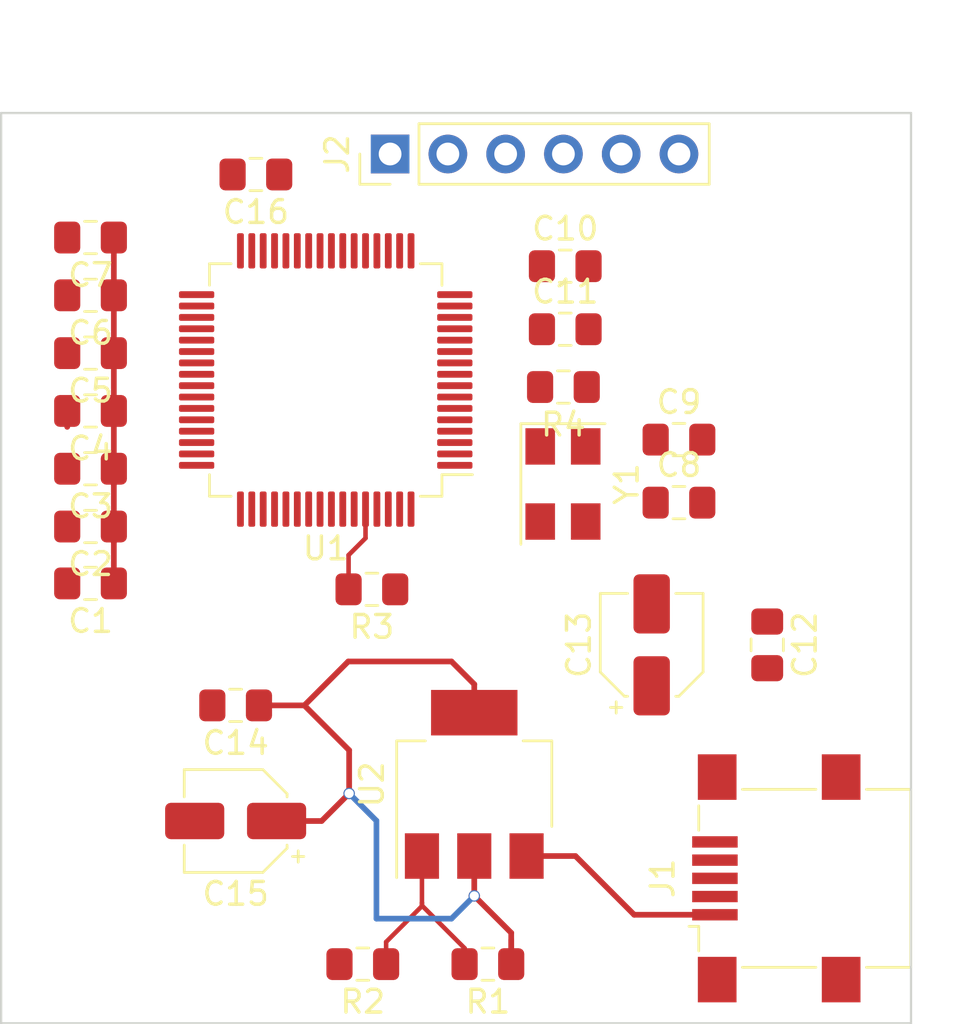
<source format=kicad_pcb>
(kicad_pcb (version 20171130) (host pcbnew 5.1.5-1.fc31)

  (general
    (thickness 1.6)
    (drawings 4)
    (tracks 43)
    (zones 0)
    (modules 25)
    (nets 61)
  )

  (page A4)
  (layers
    (0 F.Cu signal)
    (31 B.Cu signal)
    (32 B.Adhes user)
    (33 F.Adhes user)
    (34 B.Paste user)
    (35 F.Paste user)
    (36 B.SilkS user)
    (37 F.SilkS user)
    (38 B.Mask user)
    (39 F.Mask user)
    (40 Dwgs.User user)
    (41 Cmts.User user)
    (42 Eco1.User user)
    (43 Eco2.User user)
    (44 Edge.Cuts user)
    (45 Margin user)
    (46 B.CrtYd user)
    (47 F.CrtYd user)
    (48 B.Fab user)
    (49 F.Fab user)
  )

  (setup
    (last_trace_width 0.2)
    (trace_clearance 0.2)
    (zone_clearance 0.508)
    (zone_45_only no)
    (trace_min 0.2)
    (via_size 0.5)
    (via_drill 0.4)
    (via_min_size 0.4)
    (via_min_drill 0.3)
    (uvia_size 0.3)
    (uvia_drill 0.1)
    (uvias_allowed no)
    (uvia_min_size 0.2)
    (uvia_min_drill 0.1)
    (edge_width 0.05)
    (segment_width 0.2)
    (pcb_text_width 0.3)
    (pcb_text_size 1.5 1.5)
    (mod_edge_width 0.12)
    (mod_text_size 1 1)
    (mod_text_width 0.15)
    (pad_size 1.524 1.524)
    (pad_drill 0.762)
    (pad_to_mask_clearance 0.051)
    (solder_mask_min_width 0.25)
    (aux_axis_origin 0 0)
    (visible_elements FFFFFF7F)
    (pcbplotparams
      (layerselection 0x010fc_ffffffff)
      (usegerberextensions false)
      (usegerberattributes false)
      (usegerberadvancedattributes false)
      (creategerberjobfile false)
      (excludeedgelayer true)
      (linewidth 0.100000)
      (plotframeref false)
      (viasonmask false)
      (mode 1)
      (useauxorigin false)
      (hpglpennumber 1)
      (hpglpenspeed 20)
      (hpglpendiameter 15.000000)
      (psnegative false)
      (psa4output false)
      (plotreference true)
      (plotvalue true)
      (plotinvisibletext false)
      (padsonsilk false)
      (subtractmaskfromsilk false)
      (outputformat 1)
      (mirror false)
      (drillshape 1)
      (scaleselection 1)
      (outputdirectory ""))
  )

  (net 0 "")
  (net 1 +3V3)
  (net 2 GND)
  (net 3 "Net-(C8-Pad1)")
  (net 4 "Net-(C9-Pad1)")
  (net 5 +5V)
  (net 6 "Net-(C16-Pad1)")
  (net 7 "Net-(J1-Pad2)")
  (net 8 "Net-(J1-Pad3)")
  (net 9 "Net-(J1-Pad4)")
  (net 10 /SWCLK)
  (net 11 /SWDIO)
  (net 12 /NRST)
  (net 13 /SWO)
  (net 14 "Net-(R1-Pad2)")
  (net 15 "Net-(R3-Pad2)")
  (net 16 "Net-(U1-Pad2)")
  (net 17 "Net-(U1-Pad3)")
  (net 18 "Net-(U1-Pad4)")
  (net 19 "Net-(U1-Pad8)")
  (net 20 "Net-(U1-Pad9)")
  (net 21 "Net-(U1-Pad10)")
  (net 22 "Net-(U1-Pad11)")
  (net 23 "Net-(U1-Pad14)")
  (net 24 "Net-(U1-Pad15)")
  (net 25 "Net-(U1-Pad16)")
  (net 26 "Net-(U1-Pad17)")
  (net 27 "Net-(U1-Pad20)")
  (net 28 "Net-(U1-Pad21)")
  (net 29 "Net-(U1-Pad22)")
  (net 30 "Net-(U1-Pad23)")
  (net 31 "Net-(U1-Pad24)")
  (net 32 "Net-(U1-Pad25)")
  (net 33 "Net-(U1-Pad26)")
  (net 34 "Net-(U1-Pad27)")
  (net 35 "Net-(U1-Pad28)")
  (net 36 "Net-(U1-Pad29)")
  (net 37 "Net-(U1-Pad33)")
  (net 38 "Net-(U1-Pad34)")
  (net 39 "Net-(U1-Pad35)")
  (net 40 "Net-(U1-Pad36)")
  (net 41 "Net-(U1-Pad37)")
  (net 42 "Net-(U1-Pad38)")
  (net 43 "Net-(U1-Pad39)")
  (net 44 "Net-(U1-Pad40)")
  (net 45 "Net-(U1-Pad41)")
  (net 46 "Net-(U1-Pad42)")
  (net 47 "Net-(U1-Pad43)")
  (net 48 "Net-(U1-Pad44)")
  (net 49 "Net-(U1-Pad45)")
  (net 50 "Net-(U1-Pad50)")
  (net 51 "Net-(U1-Pad51)")
  (net 52 "Net-(U1-Pad52)")
  (net 53 "Net-(U1-Pad53)")
  (net 54 "Net-(U1-Pad54)")
  (net 55 "Net-(U1-Pad56)")
  (net 56 "Net-(U1-Pad57)")
  (net 57 "Net-(U1-Pad58)")
  (net 58 "Net-(U1-Pad59)")
  (net 59 "Net-(U1-Pad61)")
  (net 60 "Net-(U1-Pad62)")

  (net_class Default "This is the default net class."
    (clearance 0.2)
    (trace_width 0.2)
    (via_dia 0.5)
    (via_drill 0.4)
    (uvia_dia 0.3)
    (uvia_drill 0.1)
    (add_net /NRST)
    (add_net /SWCLK)
    (add_net /SWDIO)
    (add_net /SWO)
    (add_net "Net-(C16-Pad1)")
    (add_net "Net-(C8-Pad1)")
    (add_net "Net-(C9-Pad1)")
    (add_net "Net-(J1-Pad2)")
    (add_net "Net-(J1-Pad3)")
    (add_net "Net-(J1-Pad4)")
    (add_net "Net-(R1-Pad2)")
    (add_net "Net-(R3-Pad2)")
    (add_net "Net-(U1-Pad10)")
    (add_net "Net-(U1-Pad11)")
    (add_net "Net-(U1-Pad14)")
    (add_net "Net-(U1-Pad15)")
    (add_net "Net-(U1-Pad16)")
    (add_net "Net-(U1-Pad17)")
    (add_net "Net-(U1-Pad2)")
    (add_net "Net-(U1-Pad20)")
    (add_net "Net-(U1-Pad21)")
    (add_net "Net-(U1-Pad22)")
    (add_net "Net-(U1-Pad23)")
    (add_net "Net-(U1-Pad24)")
    (add_net "Net-(U1-Pad25)")
    (add_net "Net-(U1-Pad26)")
    (add_net "Net-(U1-Pad27)")
    (add_net "Net-(U1-Pad28)")
    (add_net "Net-(U1-Pad29)")
    (add_net "Net-(U1-Pad3)")
    (add_net "Net-(U1-Pad33)")
    (add_net "Net-(U1-Pad34)")
    (add_net "Net-(U1-Pad35)")
    (add_net "Net-(U1-Pad36)")
    (add_net "Net-(U1-Pad37)")
    (add_net "Net-(U1-Pad38)")
    (add_net "Net-(U1-Pad39)")
    (add_net "Net-(U1-Pad4)")
    (add_net "Net-(U1-Pad40)")
    (add_net "Net-(U1-Pad41)")
    (add_net "Net-(U1-Pad42)")
    (add_net "Net-(U1-Pad43)")
    (add_net "Net-(U1-Pad44)")
    (add_net "Net-(U1-Pad45)")
    (add_net "Net-(U1-Pad50)")
    (add_net "Net-(U1-Pad51)")
    (add_net "Net-(U1-Pad52)")
    (add_net "Net-(U1-Pad53)")
    (add_net "Net-(U1-Pad54)")
    (add_net "Net-(U1-Pad56)")
    (add_net "Net-(U1-Pad57)")
    (add_net "Net-(U1-Pad58)")
    (add_net "Net-(U1-Pad59)")
    (add_net "Net-(U1-Pad61)")
    (add_net "Net-(U1-Pad62)")
    (add_net "Net-(U1-Pad8)")
    (add_net "Net-(U1-Pad9)")
  )

  (net_class Power ""
    (clearance 0.2)
    (trace_width 0.25)
    (via_dia 0.5)
    (via_drill 0.4)
    (uvia_dia 0.3)
    (uvia_drill 0.1)
    (add_net +3V3)
    (add_net +5V)
    (add_net GND)
  )

  (module Capacitor_SMD:C_0805_2012Metric_Pad1.15x1.40mm_HandSolder (layer F.Cu) (tedit 5B36C52B) (tstamp 5E30118C)
    (at 101.93 74.67 180)
    (descr "Capacitor SMD 0805 (2012 Metric), square (rectangular) end terminal, IPC_7351 nominal with elongated pad for handsoldering. (Body size source: https://docs.google.com/spreadsheets/d/1BsfQQcO9C6DZCsRaXUlFlo91Tg2WpOkGARC1WS5S8t0/edit?usp=sharing), generated with kicad-footprint-generator")
    (tags "capacitor handsolder")
    (path /5E2A9CBE)
    (attr smd)
    (fp_text reference C1 (at 0 -1.65) (layer F.SilkS)
      (effects (font (size 1 1) (thickness 0.15)))
    )
    (fp_text value 100nF (at 0 1.65) (layer F.Fab)
      (effects (font (size 1 1) (thickness 0.15)))
    )
    (fp_line (start -1 0.6) (end -1 -0.6) (layer F.Fab) (width 0.1))
    (fp_line (start -1 -0.6) (end 1 -0.6) (layer F.Fab) (width 0.1))
    (fp_line (start 1 -0.6) (end 1 0.6) (layer F.Fab) (width 0.1))
    (fp_line (start 1 0.6) (end -1 0.6) (layer F.Fab) (width 0.1))
    (fp_line (start -0.261252 -0.71) (end 0.261252 -0.71) (layer F.SilkS) (width 0.12))
    (fp_line (start -0.261252 0.71) (end 0.261252 0.71) (layer F.SilkS) (width 0.12))
    (fp_line (start -1.85 0.95) (end -1.85 -0.95) (layer F.CrtYd) (width 0.05))
    (fp_line (start -1.85 -0.95) (end 1.85 -0.95) (layer F.CrtYd) (width 0.05))
    (fp_line (start 1.85 -0.95) (end 1.85 0.95) (layer F.CrtYd) (width 0.05))
    (fp_line (start 1.85 0.95) (end -1.85 0.95) (layer F.CrtYd) (width 0.05))
    (fp_text user %R (at 0 0) (layer F.Fab)
      (effects (font (size 0.5 0.5) (thickness 0.08)))
    )
    (pad 1 smd roundrect (at -1.025 0 180) (size 1.15 1.4) (layers F.Cu F.Paste F.Mask) (roundrect_rratio 0.217391)
      (net 1 +3V3))
    (pad 2 smd roundrect (at 1.025 0 180) (size 1.15 1.4) (layers F.Cu F.Paste F.Mask) (roundrect_rratio 0.217391)
      (net 2 GND))
    (model ${KISYS3DMOD}/Capacitor_SMD.3dshapes/C_0805_2012Metric.wrl
      (at (xyz 0 0 0))
      (scale (xyz 1 1 1))
      (rotate (xyz 0 0 0))
    )
  )

  (module Capacitor_SMD:C_0805_2012Metric_Pad1.15x1.40mm_HandSolder (layer F.Cu) (tedit 5B36C52B) (tstamp 5E30119D)
    (at 101.93 72.17 180)
    (descr "Capacitor SMD 0805 (2012 Metric), square (rectangular) end terminal, IPC_7351 nominal with elongated pad for handsoldering. (Body size source: https://docs.google.com/spreadsheets/d/1BsfQQcO9C6DZCsRaXUlFlo91Tg2WpOkGARC1WS5S8t0/edit?usp=sharing), generated with kicad-footprint-generator")
    (tags "capacitor handsolder")
    (path /5E2AADF6)
    (attr smd)
    (fp_text reference C2 (at 0 -1.65) (layer F.SilkS)
      (effects (font (size 1 1) (thickness 0.15)))
    )
    (fp_text value 100nF (at 0 1.65) (layer F.Fab)
      (effects (font (size 1 1) (thickness 0.15)))
    )
    (fp_text user %R (at 0 0) (layer F.Fab)
      (effects (font (size 0.5 0.5) (thickness 0.08)))
    )
    (fp_line (start 1.85 0.95) (end -1.85 0.95) (layer F.CrtYd) (width 0.05))
    (fp_line (start 1.85 -0.95) (end 1.85 0.95) (layer F.CrtYd) (width 0.05))
    (fp_line (start -1.85 -0.95) (end 1.85 -0.95) (layer F.CrtYd) (width 0.05))
    (fp_line (start -1.85 0.95) (end -1.85 -0.95) (layer F.CrtYd) (width 0.05))
    (fp_line (start -0.261252 0.71) (end 0.261252 0.71) (layer F.SilkS) (width 0.12))
    (fp_line (start -0.261252 -0.71) (end 0.261252 -0.71) (layer F.SilkS) (width 0.12))
    (fp_line (start 1 0.6) (end -1 0.6) (layer F.Fab) (width 0.1))
    (fp_line (start 1 -0.6) (end 1 0.6) (layer F.Fab) (width 0.1))
    (fp_line (start -1 -0.6) (end 1 -0.6) (layer F.Fab) (width 0.1))
    (fp_line (start -1 0.6) (end -1 -0.6) (layer F.Fab) (width 0.1))
    (pad 2 smd roundrect (at 1.025 0 180) (size 1.15 1.4) (layers F.Cu F.Paste F.Mask) (roundrect_rratio 0.217391)
      (net 2 GND))
    (pad 1 smd roundrect (at -1.025 0 180) (size 1.15 1.4) (layers F.Cu F.Paste F.Mask) (roundrect_rratio 0.217391)
      (net 1 +3V3))
    (model ${KISYS3DMOD}/Capacitor_SMD.3dshapes/C_0805_2012Metric.wrl
      (at (xyz 0 0 0))
      (scale (xyz 1 1 1))
      (rotate (xyz 0 0 0))
    )
  )

  (module Capacitor_SMD:C_0805_2012Metric_Pad1.15x1.40mm_HandSolder (layer F.Cu) (tedit 5B36C52B) (tstamp 5E302764)
    (at 101.93 69.63 180)
    (descr "Capacitor SMD 0805 (2012 Metric), square (rectangular) end terminal, IPC_7351 nominal with elongated pad for handsoldering. (Body size source: https://docs.google.com/spreadsheets/d/1BsfQQcO9C6DZCsRaXUlFlo91Tg2WpOkGARC1WS5S8t0/edit?usp=sharing), generated with kicad-footprint-generator")
    (tags "capacitor handsolder")
    (path /5E2AB066)
    (attr smd)
    (fp_text reference C3 (at 0 -1.65) (layer F.SilkS)
      (effects (font (size 1 1) (thickness 0.15)))
    )
    (fp_text value 100nF (at 0 1.65) (layer F.Fab)
      (effects (font (size 1 1) (thickness 0.15)))
    )
    (fp_line (start -1 0.6) (end -1 -0.6) (layer F.Fab) (width 0.1))
    (fp_line (start -1 -0.6) (end 1 -0.6) (layer F.Fab) (width 0.1))
    (fp_line (start 1 -0.6) (end 1 0.6) (layer F.Fab) (width 0.1))
    (fp_line (start 1 0.6) (end -1 0.6) (layer F.Fab) (width 0.1))
    (fp_line (start -0.261252 -0.71) (end 0.261252 -0.71) (layer F.SilkS) (width 0.12))
    (fp_line (start -0.261252 0.71) (end 0.261252 0.71) (layer F.SilkS) (width 0.12))
    (fp_line (start -1.85 0.95) (end -1.85 -0.95) (layer F.CrtYd) (width 0.05))
    (fp_line (start -1.85 -0.95) (end 1.85 -0.95) (layer F.CrtYd) (width 0.05))
    (fp_line (start 1.85 -0.95) (end 1.85 0.95) (layer F.CrtYd) (width 0.05))
    (fp_line (start 1.85 0.95) (end -1.85 0.95) (layer F.CrtYd) (width 0.05))
    (fp_text user %R (at 0 0) (layer F.Fab)
      (effects (font (size 0.5 0.5) (thickness 0.08)))
    )
    (pad 1 smd roundrect (at -1.025 0 180) (size 1.15 1.4) (layers F.Cu F.Paste F.Mask) (roundrect_rratio 0.217391)
      (net 1 +3V3))
    (pad 2 smd roundrect (at 1.025 0 180) (size 1.15 1.4) (layers F.Cu F.Paste F.Mask) (roundrect_rratio 0.217391)
      (net 2 GND))
    (model ${KISYS3DMOD}/Capacitor_SMD.3dshapes/C_0805_2012Metric.wrl
      (at (xyz 0 0 0))
      (scale (xyz 1 1 1))
      (rotate (xyz 0 0 0))
    )
  )

  (module Capacitor_SMD:C_0805_2012Metric_Pad1.15x1.40mm_HandSolder (layer F.Cu) (tedit 5B36C52B) (tstamp 5E3011BF)
    (at 101.93 67.09 180)
    (descr "Capacitor SMD 0805 (2012 Metric), square (rectangular) end terminal, IPC_7351 nominal with elongated pad for handsoldering. (Body size source: https://docs.google.com/spreadsheets/d/1BsfQQcO9C6DZCsRaXUlFlo91Tg2WpOkGARC1WS5S8t0/edit?usp=sharing), generated with kicad-footprint-generator")
    (tags "capacitor handsolder")
    (path /5E2AB2E4)
    (attr smd)
    (fp_text reference C4 (at 0 -1.65) (layer F.SilkS)
      (effects (font (size 1 1) (thickness 0.15)))
    )
    (fp_text value 100nF (at 0 1.65) (layer F.Fab)
      (effects (font (size 1 1) (thickness 0.15)))
    )
    (fp_text user %R (at 0 0) (layer F.Fab)
      (effects (font (size 0.5 0.5) (thickness 0.08)))
    )
    (fp_line (start 1.85 0.95) (end -1.85 0.95) (layer F.CrtYd) (width 0.05))
    (fp_line (start 1.85 -0.95) (end 1.85 0.95) (layer F.CrtYd) (width 0.05))
    (fp_line (start -1.85 -0.95) (end 1.85 -0.95) (layer F.CrtYd) (width 0.05))
    (fp_line (start -1.85 0.95) (end -1.85 -0.95) (layer F.CrtYd) (width 0.05))
    (fp_line (start -0.261252 0.71) (end 0.261252 0.71) (layer F.SilkS) (width 0.12))
    (fp_line (start -0.261252 -0.71) (end 0.261252 -0.71) (layer F.SilkS) (width 0.12))
    (fp_line (start 1 0.6) (end -1 0.6) (layer F.Fab) (width 0.1))
    (fp_line (start 1 -0.6) (end 1 0.6) (layer F.Fab) (width 0.1))
    (fp_line (start -1 -0.6) (end 1 -0.6) (layer F.Fab) (width 0.1))
    (fp_line (start -1 0.6) (end -1 -0.6) (layer F.Fab) (width 0.1))
    (pad 2 smd roundrect (at 1.025 0 180) (size 1.15 1.4) (layers F.Cu F.Paste F.Mask) (roundrect_rratio 0.217391)
      (net 2 GND))
    (pad 1 smd roundrect (at -1.025 0 180) (size 1.15 1.4) (layers F.Cu F.Paste F.Mask) (roundrect_rratio 0.217391)
      (net 1 +3V3))
    (model ${KISYS3DMOD}/Capacitor_SMD.3dshapes/C_0805_2012Metric.wrl
      (at (xyz 0 0 0))
      (scale (xyz 1 1 1))
      (rotate (xyz 0 0 0))
    )
  )

  (module Capacitor_SMD:C_0805_2012Metric_Pad1.15x1.40mm_HandSolder (layer F.Cu) (tedit 5B36C52B) (tstamp 5E3011D0)
    (at 101.93 64.55 180)
    (descr "Capacitor SMD 0805 (2012 Metric), square (rectangular) end terminal, IPC_7351 nominal with elongated pad for handsoldering. (Body size source: https://docs.google.com/spreadsheets/d/1BsfQQcO9C6DZCsRaXUlFlo91Tg2WpOkGARC1WS5S8t0/edit?usp=sharing), generated with kicad-footprint-generator")
    (tags "capacitor handsolder")
    (path /5E2AB570)
    (attr smd)
    (fp_text reference C5 (at 0 -1.65) (layer F.SilkS)
      (effects (font (size 1 1) (thickness 0.15)))
    )
    (fp_text value 100nF (at 0 1.65) (layer F.Fab)
      (effects (font (size 1 1) (thickness 0.15)))
    )
    (fp_line (start -1 0.6) (end -1 -0.6) (layer F.Fab) (width 0.1))
    (fp_line (start -1 -0.6) (end 1 -0.6) (layer F.Fab) (width 0.1))
    (fp_line (start 1 -0.6) (end 1 0.6) (layer F.Fab) (width 0.1))
    (fp_line (start 1 0.6) (end -1 0.6) (layer F.Fab) (width 0.1))
    (fp_line (start -0.261252 -0.71) (end 0.261252 -0.71) (layer F.SilkS) (width 0.12))
    (fp_line (start -0.261252 0.71) (end 0.261252 0.71) (layer F.SilkS) (width 0.12))
    (fp_line (start -1.85 0.95) (end -1.85 -0.95) (layer F.CrtYd) (width 0.05))
    (fp_line (start -1.85 -0.95) (end 1.85 -0.95) (layer F.CrtYd) (width 0.05))
    (fp_line (start 1.85 -0.95) (end 1.85 0.95) (layer F.CrtYd) (width 0.05))
    (fp_line (start 1.85 0.95) (end -1.85 0.95) (layer F.CrtYd) (width 0.05))
    (fp_text user %R (at 0 0) (layer F.Fab)
      (effects (font (size 0.5 0.5) (thickness 0.08)))
    )
    (pad 1 smd roundrect (at -1.025 0 180) (size 1.15 1.4) (layers F.Cu F.Paste F.Mask) (roundrect_rratio 0.217391)
      (net 1 +3V3))
    (pad 2 smd roundrect (at 1.025 0 180) (size 1.15 1.4) (layers F.Cu F.Paste F.Mask) (roundrect_rratio 0.217391)
      (net 2 GND))
    (model ${KISYS3DMOD}/Capacitor_SMD.3dshapes/C_0805_2012Metric.wrl
      (at (xyz 0 0 0))
      (scale (xyz 1 1 1))
      (rotate (xyz 0 0 0))
    )
  )

  (module Capacitor_SMD:C_0805_2012Metric_Pad1.15x1.40mm_HandSolder (layer F.Cu) (tedit 5B36C52B) (tstamp 5E3026A1)
    (at 101.93 62.01 180)
    (descr "Capacitor SMD 0805 (2012 Metric), square (rectangular) end terminal, IPC_7351 nominal with elongated pad for handsoldering. (Body size source: https://docs.google.com/spreadsheets/d/1BsfQQcO9C6DZCsRaXUlFlo91Tg2WpOkGARC1WS5S8t0/edit?usp=sharing), generated with kicad-footprint-generator")
    (tags "capacitor handsolder")
    (path /5E2AB80A)
    (attr smd)
    (fp_text reference C6 (at 0 -1.65) (layer F.SilkS)
      (effects (font (size 1 1) (thickness 0.15)))
    )
    (fp_text value 100nF (at 0 1.65) (layer F.Fab)
      (effects (font (size 1 1) (thickness 0.15)))
    )
    (fp_text user %R (at 0 0) (layer F.Fab)
      (effects (font (size 0.5 0.5) (thickness 0.08)))
    )
    (fp_line (start 1.85 0.95) (end -1.85 0.95) (layer F.CrtYd) (width 0.05))
    (fp_line (start 1.85 -0.95) (end 1.85 0.95) (layer F.CrtYd) (width 0.05))
    (fp_line (start -1.85 -0.95) (end 1.85 -0.95) (layer F.CrtYd) (width 0.05))
    (fp_line (start -1.85 0.95) (end -1.85 -0.95) (layer F.CrtYd) (width 0.05))
    (fp_line (start -0.261252 0.71) (end 0.261252 0.71) (layer F.SilkS) (width 0.12))
    (fp_line (start -0.261252 -0.71) (end 0.261252 -0.71) (layer F.SilkS) (width 0.12))
    (fp_line (start 1 0.6) (end -1 0.6) (layer F.Fab) (width 0.1))
    (fp_line (start 1 -0.6) (end 1 0.6) (layer F.Fab) (width 0.1))
    (fp_line (start -1 -0.6) (end 1 -0.6) (layer F.Fab) (width 0.1))
    (fp_line (start -1 0.6) (end -1 -0.6) (layer F.Fab) (width 0.1))
    (pad 2 smd roundrect (at 1.025 0 180) (size 1.15 1.4) (layers F.Cu F.Paste F.Mask) (roundrect_rratio 0.217391)
      (net 2 GND))
    (pad 1 smd roundrect (at -1.025 0 180) (size 1.15 1.4) (layers F.Cu F.Paste F.Mask) (roundrect_rratio 0.217391)
      (net 1 +3V3))
    (model ${KISYS3DMOD}/Capacitor_SMD.3dshapes/C_0805_2012Metric.wrl
      (at (xyz 0 0 0))
      (scale (xyz 1 1 1))
      (rotate (xyz 0 0 0))
    )
  )

  (module Capacitor_SMD:C_0805_2012Metric_Pad1.15x1.40mm_HandSolder (layer F.Cu) (tedit 5B36C52B) (tstamp 5E3011F2)
    (at 101.93 59.47 180)
    (descr "Capacitor SMD 0805 (2012 Metric), square (rectangular) end terminal, IPC_7351 nominal with elongated pad for handsoldering. (Body size source: https://docs.google.com/spreadsheets/d/1BsfQQcO9C6DZCsRaXUlFlo91Tg2WpOkGARC1WS5S8t0/edit?usp=sharing), generated with kicad-footprint-generator")
    (tags "capacitor handsolder")
    (path /5E2ABCBC)
    (attr smd)
    (fp_text reference C7 (at 0 -1.65) (layer F.SilkS)
      (effects (font (size 1 1) (thickness 0.15)))
    )
    (fp_text value 4.7uF (at 0 1.65) (layer F.Fab)
      (effects (font (size 1 1) (thickness 0.15)))
    )
    (fp_line (start -1 0.6) (end -1 -0.6) (layer F.Fab) (width 0.1))
    (fp_line (start -1 -0.6) (end 1 -0.6) (layer F.Fab) (width 0.1))
    (fp_line (start 1 -0.6) (end 1 0.6) (layer F.Fab) (width 0.1))
    (fp_line (start 1 0.6) (end -1 0.6) (layer F.Fab) (width 0.1))
    (fp_line (start -0.261252 -0.71) (end 0.261252 -0.71) (layer F.SilkS) (width 0.12))
    (fp_line (start -0.261252 0.71) (end 0.261252 0.71) (layer F.SilkS) (width 0.12))
    (fp_line (start -1.85 0.95) (end -1.85 -0.95) (layer F.CrtYd) (width 0.05))
    (fp_line (start -1.85 -0.95) (end 1.85 -0.95) (layer F.CrtYd) (width 0.05))
    (fp_line (start 1.85 -0.95) (end 1.85 0.95) (layer F.CrtYd) (width 0.05))
    (fp_line (start 1.85 0.95) (end -1.85 0.95) (layer F.CrtYd) (width 0.05))
    (fp_text user %R (at 0 0) (layer F.Fab)
      (effects (font (size 0.5 0.5) (thickness 0.08)))
    )
    (pad 1 smd roundrect (at -1.025 0 180) (size 1.15 1.4) (layers F.Cu F.Paste F.Mask) (roundrect_rratio 0.217391)
      (net 1 +3V3))
    (pad 2 smd roundrect (at 1.025 0 180) (size 1.15 1.4) (layers F.Cu F.Paste F.Mask) (roundrect_rratio 0.217391)
      (net 2 GND))
    (model ${KISYS3DMOD}/Capacitor_SMD.3dshapes/C_0805_2012Metric.wrl
      (at (xyz 0 0 0))
      (scale (xyz 1 1 1))
      (rotate (xyz 0 0 0))
    )
  )

  (module Capacitor_SMD:C_0805_2012Metric_Pad1.15x1.40mm_HandSolder (layer F.Cu) (tedit 5B36C52B) (tstamp 5E3028B4)
    (at 127.8 71.12)
    (descr "Capacitor SMD 0805 (2012 Metric), square (rectangular) end terminal, IPC_7351 nominal with elongated pad for handsoldering. (Body size source: https://docs.google.com/spreadsheets/d/1BsfQQcO9C6DZCsRaXUlFlo91Tg2WpOkGARC1WS5S8t0/edit?usp=sharing), generated with kicad-footprint-generator")
    (tags "capacitor handsolder")
    (path /5E2EC630)
    (attr smd)
    (fp_text reference C8 (at 0 -1.65) (layer F.SilkS)
      (effects (font (size 1 1) (thickness 0.15)))
    )
    (fp_text value 18pF (at 0 1.65) (layer F.Fab)
      (effects (font (size 1 1) (thickness 0.15)))
    )
    (fp_text user %R (at 0 0) (layer F.Fab)
      (effects (font (size 0.5 0.5) (thickness 0.08)))
    )
    (fp_line (start 1.85 0.95) (end -1.85 0.95) (layer F.CrtYd) (width 0.05))
    (fp_line (start 1.85 -0.95) (end 1.85 0.95) (layer F.CrtYd) (width 0.05))
    (fp_line (start -1.85 -0.95) (end 1.85 -0.95) (layer F.CrtYd) (width 0.05))
    (fp_line (start -1.85 0.95) (end -1.85 -0.95) (layer F.CrtYd) (width 0.05))
    (fp_line (start -0.261252 0.71) (end 0.261252 0.71) (layer F.SilkS) (width 0.12))
    (fp_line (start -0.261252 -0.71) (end 0.261252 -0.71) (layer F.SilkS) (width 0.12))
    (fp_line (start 1 0.6) (end -1 0.6) (layer F.Fab) (width 0.1))
    (fp_line (start 1 -0.6) (end 1 0.6) (layer F.Fab) (width 0.1))
    (fp_line (start -1 -0.6) (end 1 -0.6) (layer F.Fab) (width 0.1))
    (fp_line (start -1 0.6) (end -1 -0.6) (layer F.Fab) (width 0.1))
    (pad 2 smd roundrect (at 1.025 0) (size 1.15 1.4) (layers F.Cu F.Paste F.Mask) (roundrect_rratio 0.217391)
      (net 2 GND))
    (pad 1 smd roundrect (at -1.025 0) (size 1.15 1.4) (layers F.Cu F.Paste F.Mask) (roundrect_rratio 0.217391)
      (net 3 "Net-(C8-Pad1)"))
    (model ${KISYS3DMOD}/Capacitor_SMD.3dshapes/C_0805_2012Metric.wrl
      (at (xyz 0 0 0))
      (scale (xyz 1 1 1))
      (rotate (xyz 0 0 0))
    )
  )

  (module Capacitor_SMD:C_0805_2012Metric_Pad1.15x1.40mm_HandSolder (layer F.Cu) (tedit 5B36C52B) (tstamp 5E301214)
    (at 127.8 68.35)
    (descr "Capacitor SMD 0805 (2012 Metric), square (rectangular) end terminal, IPC_7351 nominal with elongated pad for handsoldering. (Body size source: https://docs.google.com/spreadsheets/d/1BsfQQcO9C6DZCsRaXUlFlo91Tg2WpOkGARC1WS5S8t0/edit?usp=sharing), generated with kicad-footprint-generator")
    (tags "capacitor handsolder")
    (path /5E2F1863)
    (attr smd)
    (fp_text reference C9 (at 0 -1.65) (layer F.SilkS)
      (effects (font (size 1 1) (thickness 0.15)))
    )
    (fp_text value 18pF (at 0 1.65) (layer F.Fab)
      (effects (font (size 1 1) (thickness 0.15)))
    )
    (fp_line (start -1 0.6) (end -1 -0.6) (layer F.Fab) (width 0.1))
    (fp_line (start -1 -0.6) (end 1 -0.6) (layer F.Fab) (width 0.1))
    (fp_line (start 1 -0.6) (end 1 0.6) (layer F.Fab) (width 0.1))
    (fp_line (start 1 0.6) (end -1 0.6) (layer F.Fab) (width 0.1))
    (fp_line (start -0.261252 -0.71) (end 0.261252 -0.71) (layer F.SilkS) (width 0.12))
    (fp_line (start -0.261252 0.71) (end 0.261252 0.71) (layer F.SilkS) (width 0.12))
    (fp_line (start -1.85 0.95) (end -1.85 -0.95) (layer F.CrtYd) (width 0.05))
    (fp_line (start -1.85 -0.95) (end 1.85 -0.95) (layer F.CrtYd) (width 0.05))
    (fp_line (start 1.85 -0.95) (end 1.85 0.95) (layer F.CrtYd) (width 0.05))
    (fp_line (start 1.85 0.95) (end -1.85 0.95) (layer F.CrtYd) (width 0.05))
    (fp_text user %R (at 0 0) (layer F.Fab)
      (effects (font (size 0.5 0.5) (thickness 0.08)))
    )
    (pad 1 smd roundrect (at -1.025 0) (size 1.15 1.4) (layers F.Cu F.Paste F.Mask) (roundrect_rratio 0.217391)
      (net 4 "Net-(C9-Pad1)"))
    (pad 2 smd roundrect (at 1.025 0) (size 1.15 1.4) (layers F.Cu F.Paste F.Mask) (roundrect_rratio 0.217391)
      (net 2 GND))
    (model ${KISYS3DMOD}/Capacitor_SMD.3dshapes/C_0805_2012Metric.wrl
      (at (xyz 0 0 0))
      (scale (xyz 1 1 1))
      (rotate (xyz 0 0 0))
    )
  )

  (module Capacitor_SMD:C_0805_2012Metric_Pad1.15x1.40mm_HandSolder (layer F.Cu) (tedit 5B36C52B) (tstamp 5E302671)
    (at 122.8 60.73)
    (descr "Capacitor SMD 0805 (2012 Metric), square (rectangular) end terminal, IPC_7351 nominal with elongated pad for handsoldering. (Body size source: https://docs.google.com/spreadsheets/d/1BsfQQcO9C6DZCsRaXUlFlo91Tg2WpOkGARC1WS5S8t0/edit?usp=sharing), generated with kicad-footprint-generator")
    (tags "capacitor handsolder")
    (path /5E2BAD27)
    (attr smd)
    (fp_text reference C10 (at 0 -1.65) (layer F.SilkS)
      (effects (font (size 1 1) (thickness 0.15)))
    )
    (fp_text value 100nF (at 0 1.65) (layer F.Fab)
      (effects (font (size 1 1) (thickness 0.15)))
    )
    (fp_text user %R (at 0 0) (layer F.Fab)
      (effects (font (size 0.5 0.5) (thickness 0.08)))
    )
    (fp_line (start 1.85 0.95) (end -1.85 0.95) (layer F.CrtYd) (width 0.05))
    (fp_line (start 1.85 -0.95) (end 1.85 0.95) (layer F.CrtYd) (width 0.05))
    (fp_line (start -1.85 -0.95) (end 1.85 -0.95) (layer F.CrtYd) (width 0.05))
    (fp_line (start -1.85 0.95) (end -1.85 -0.95) (layer F.CrtYd) (width 0.05))
    (fp_line (start -0.261252 0.71) (end 0.261252 0.71) (layer F.SilkS) (width 0.12))
    (fp_line (start -0.261252 -0.71) (end 0.261252 -0.71) (layer F.SilkS) (width 0.12))
    (fp_line (start 1 0.6) (end -1 0.6) (layer F.Fab) (width 0.1))
    (fp_line (start 1 -0.6) (end 1 0.6) (layer F.Fab) (width 0.1))
    (fp_line (start -1 -0.6) (end 1 -0.6) (layer F.Fab) (width 0.1))
    (fp_line (start -1 0.6) (end -1 -0.6) (layer F.Fab) (width 0.1))
    (pad 2 smd roundrect (at 1.025 0) (size 1.15 1.4) (layers F.Cu F.Paste F.Mask) (roundrect_rratio 0.217391)
      (net 2 GND))
    (pad 1 smd roundrect (at -1.025 0) (size 1.15 1.4) (layers F.Cu F.Paste F.Mask) (roundrect_rratio 0.217391)
      (net 1 +3V3))
    (model ${KISYS3DMOD}/Capacitor_SMD.3dshapes/C_0805_2012Metric.wrl
      (at (xyz 0 0 0))
      (scale (xyz 1 1 1))
      (rotate (xyz 0 0 0))
    )
  )

  (module Capacitor_SMD:C_0805_2012Metric_Pad1.15x1.40mm_HandSolder (layer F.Cu) (tedit 5B36C52B) (tstamp 5E3028E7)
    (at 122.8 63.5)
    (descr "Capacitor SMD 0805 (2012 Metric), square (rectangular) end terminal, IPC_7351 nominal with elongated pad for handsoldering. (Body size source: https://docs.google.com/spreadsheets/d/1BsfQQcO9C6DZCsRaXUlFlo91Tg2WpOkGARC1WS5S8t0/edit?usp=sharing), generated with kicad-footprint-generator")
    (tags "capacitor handsolder")
    (path /5E2BB805)
    (attr smd)
    (fp_text reference C11 (at 0 -1.65) (layer F.SilkS)
      (effects (font (size 1 1) (thickness 0.15)))
    )
    (fp_text value 1uF (at 0 1.65) (layer F.Fab)
      (effects (font (size 1 1) (thickness 0.15)))
    )
    (fp_line (start -1 0.6) (end -1 -0.6) (layer F.Fab) (width 0.1))
    (fp_line (start -1 -0.6) (end 1 -0.6) (layer F.Fab) (width 0.1))
    (fp_line (start 1 -0.6) (end 1 0.6) (layer F.Fab) (width 0.1))
    (fp_line (start 1 0.6) (end -1 0.6) (layer F.Fab) (width 0.1))
    (fp_line (start -0.261252 -0.71) (end 0.261252 -0.71) (layer F.SilkS) (width 0.12))
    (fp_line (start -0.261252 0.71) (end 0.261252 0.71) (layer F.SilkS) (width 0.12))
    (fp_line (start -1.85 0.95) (end -1.85 -0.95) (layer F.CrtYd) (width 0.05))
    (fp_line (start -1.85 -0.95) (end 1.85 -0.95) (layer F.CrtYd) (width 0.05))
    (fp_line (start 1.85 -0.95) (end 1.85 0.95) (layer F.CrtYd) (width 0.05))
    (fp_line (start 1.85 0.95) (end -1.85 0.95) (layer F.CrtYd) (width 0.05))
    (fp_text user %R (at 0 0) (layer F.Fab)
      (effects (font (size 0.5 0.5) (thickness 0.08)))
    )
    (pad 1 smd roundrect (at -1.025 0) (size 1.15 1.4) (layers F.Cu F.Paste F.Mask) (roundrect_rratio 0.217391)
      (net 1 +3V3))
    (pad 2 smd roundrect (at 1.025 0) (size 1.15 1.4) (layers F.Cu F.Paste F.Mask) (roundrect_rratio 0.217391)
      (net 2 GND))
    (model ${KISYS3DMOD}/Capacitor_SMD.3dshapes/C_0805_2012Metric.wrl
      (at (xyz 0 0 0))
      (scale (xyz 1 1 1))
      (rotate (xyz 0 0 0))
    )
  )

  (module Capacitor_SMD:C_0805_2012Metric_Pad1.15x1.40mm_HandSolder (layer F.Cu) (tedit 5B36C52B) (tstamp 5E319B7F)
    (at 131.68 77.37 270)
    (descr "Capacitor SMD 0805 (2012 Metric), square (rectangular) end terminal, IPC_7351 nominal with elongated pad for handsoldering. (Body size source: https://docs.google.com/spreadsheets/d/1BsfQQcO9C6DZCsRaXUlFlo91Tg2WpOkGARC1WS5S8t0/edit?usp=sharing), generated with kicad-footprint-generator")
    (tags "capacitor handsolder")
    (path /5E29CDDC)
    (attr smd)
    (fp_text reference C12 (at 0 -1.65 90) (layer F.SilkS)
      (effects (font (size 1 1) (thickness 0.15)))
    )
    (fp_text value 100nF (at 0 1.65 90) (layer F.Fab)
      (effects (font (size 1 1) (thickness 0.15)))
    )
    (fp_text user %R (at 0 0 90) (layer F.Fab)
      (effects (font (size 0.5 0.5) (thickness 0.08)))
    )
    (fp_line (start 1.85 0.95) (end -1.85 0.95) (layer F.CrtYd) (width 0.05))
    (fp_line (start 1.85 -0.95) (end 1.85 0.95) (layer F.CrtYd) (width 0.05))
    (fp_line (start -1.85 -0.95) (end 1.85 -0.95) (layer F.CrtYd) (width 0.05))
    (fp_line (start -1.85 0.95) (end -1.85 -0.95) (layer F.CrtYd) (width 0.05))
    (fp_line (start -0.261252 0.71) (end 0.261252 0.71) (layer F.SilkS) (width 0.12))
    (fp_line (start -0.261252 -0.71) (end 0.261252 -0.71) (layer F.SilkS) (width 0.12))
    (fp_line (start 1 0.6) (end -1 0.6) (layer F.Fab) (width 0.1))
    (fp_line (start 1 -0.6) (end 1 0.6) (layer F.Fab) (width 0.1))
    (fp_line (start -1 -0.6) (end 1 -0.6) (layer F.Fab) (width 0.1))
    (fp_line (start -1 0.6) (end -1 -0.6) (layer F.Fab) (width 0.1))
    (pad 2 smd roundrect (at 1.025 0 270) (size 1.15 1.4) (layers F.Cu F.Paste F.Mask) (roundrect_rratio 0.217391)
      (net 5 +5V))
    (pad 1 smd roundrect (at -1.025 0 270) (size 1.15 1.4) (layers F.Cu F.Paste F.Mask) (roundrect_rratio 0.217391)
      (net 2 GND))
    (model ${KISYS3DMOD}/Capacitor_SMD.3dshapes/C_0805_2012Metric.wrl
      (at (xyz 0 0 0))
      (scale (xyz 1 1 1))
      (rotate (xyz 0 0 0))
    )
  )

  (module Capacitor_SMD:CP_Elec_4x4.5 (layer F.Cu) (tedit 5BCA39CF) (tstamp 5E31905F)
    (at 126.6 77.37 90)
    (descr "SMD capacitor, aluminum electrolytic, Nichicon, 4.0x4.5mm")
    (tags "capacitor electrolytic")
    (path /5E2ACF21)
    (attr smd)
    (fp_text reference C13 (at 0 -3.2 90) (layer F.SilkS)
      (effects (font (size 1 1) (thickness 0.15)))
    )
    (fp_text value 10uF (at 0 3.2 90) (layer F.Fab)
      (effects (font (size 1 1) (thickness 0.15)))
    )
    (fp_circle (center 0 0) (end 2 0) (layer F.Fab) (width 0.1))
    (fp_line (start 2.15 -2.15) (end 2.15 2.15) (layer F.Fab) (width 0.1))
    (fp_line (start -1.15 -2.15) (end 2.15 -2.15) (layer F.Fab) (width 0.1))
    (fp_line (start -1.15 2.15) (end 2.15 2.15) (layer F.Fab) (width 0.1))
    (fp_line (start -2.15 -1.15) (end -2.15 1.15) (layer F.Fab) (width 0.1))
    (fp_line (start -2.15 -1.15) (end -1.15 -2.15) (layer F.Fab) (width 0.1))
    (fp_line (start -2.15 1.15) (end -1.15 2.15) (layer F.Fab) (width 0.1))
    (fp_line (start -1.574773 -1) (end -1.174773 -1) (layer F.Fab) (width 0.1))
    (fp_line (start -1.374773 -1.2) (end -1.374773 -0.8) (layer F.Fab) (width 0.1))
    (fp_line (start 2.26 2.26) (end 2.26 1.06) (layer F.SilkS) (width 0.12))
    (fp_line (start 2.26 -2.26) (end 2.26 -1.06) (layer F.SilkS) (width 0.12))
    (fp_line (start -1.195563 -2.26) (end 2.26 -2.26) (layer F.SilkS) (width 0.12))
    (fp_line (start -1.195563 2.26) (end 2.26 2.26) (layer F.SilkS) (width 0.12))
    (fp_line (start -2.26 1.195563) (end -2.26 1.06) (layer F.SilkS) (width 0.12))
    (fp_line (start -2.26 -1.195563) (end -2.26 -1.06) (layer F.SilkS) (width 0.12))
    (fp_line (start -2.26 -1.195563) (end -1.195563 -2.26) (layer F.SilkS) (width 0.12))
    (fp_line (start -2.26 1.195563) (end -1.195563 2.26) (layer F.SilkS) (width 0.12))
    (fp_line (start -3 -1.56) (end -2.5 -1.56) (layer F.SilkS) (width 0.12))
    (fp_line (start -2.75 -1.81) (end -2.75 -1.31) (layer F.SilkS) (width 0.12))
    (fp_line (start 2.4 -2.4) (end 2.4 -1.05) (layer F.CrtYd) (width 0.05))
    (fp_line (start 2.4 -1.05) (end 3.35 -1.05) (layer F.CrtYd) (width 0.05))
    (fp_line (start 3.35 -1.05) (end 3.35 1.05) (layer F.CrtYd) (width 0.05))
    (fp_line (start 3.35 1.05) (end 2.4 1.05) (layer F.CrtYd) (width 0.05))
    (fp_line (start 2.4 1.05) (end 2.4 2.4) (layer F.CrtYd) (width 0.05))
    (fp_line (start -1.25 2.4) (end 2.4 2.4) (layer F.CrtYd) (width 0.05))
    (fp_line (start -1.25 -2.4) (end 2.4 -2.4) (layer F.CrtYd) (width 0.05))
    (fp_line (start -2.4 1.25) (end -1.25 2.4) (layer F.CrtYd) (width 0.05))
    (fp_line (start -2.4 -1.25) (end -1.25 -2.4) (layer F.CrtYd) (width 0.05))
    (fp_line (start -2.4 -1.25) (end -2.4 -1.05) (layer F.CrtYd) (width 0.05))
    (fp_line (start -2.4 1.05) (end -2.4 1.25) (layer F.CrtYd) (width 0.05))
    (fp_line (start -2.4 -1.05) (end -3.35 -1.05) (layer F.CrtYd) (width 0.05))
    (fp_line (start -3.35 -1.05) (end -3.35 1.05) (layer F.CrtYd) (width 0.05))
    (fp_line (start -3.35 1.05) (end -2.4 1.05) (layer F.CrtYd) (width 0.05))
    (fp_text user %R (at 0 0 90) (layer F.Fab)
      (effects (font (size 0.8 0.8) (thickness 0.12)))
    )
    (pad 1 smd roundrect (at -1.8 0 90) (size 2.6 1.6) (layers F.Cu F.Paste F.Mask) (roundrect_rratio 0.15625)
      (net 5 +5V))
    (pad 2 smd roundrect (at 1.8 0 90) (size 2.6 1.6) (layers F.Cu F.Paste F.Mask) (roundrect_rratio 0.15625)
      (net 2 GND))
    (model ${KISYS3DMOD}/Capacitor_SMD.3dshapes/CP_Elec_4x4.5.wrl
      (at (xyz 0 0 0))
      (scale (xyz 1 1 1))
      (rotate (xyz 0 0 0))
    )
  )

  (module Capacitor_SMD:C_0805_2012Metric_Pad1.15x1.40mm_HandSolder (layer F.Cu) (tedit 5B36C52B) (tstamp 5E302854)
    (at 108.31 80.03 180)
    (descr "Capacitor SMD 0805 (2012 Metric), square (rectangular) end terminal, IPC_7351 nominal with elongated pad for handsoldering. (Body size source: https://docs.google.com/spreadsheets/d/1BsfQQcO9C6DZCsRaXUlFlo91Tg2WpOkGARC1WS5S8t0/edit?usp=sharing), generated with kicad-footprint-generator")
    (tags "capacitor handsolder")
    (path /5E2E6104)
    (attr smd)
    (fp_text reference C14 (at 0 -1.65) (layer F.SilkS)
      (effects (font (size 1 1) (thickness 0.15)))
    )
    (fp_text value 100nF (at 0 1.65) (layer F.Fab)
      (effects (font (size 1 1) (thickness 0.15)))
    )
    (fp_line (start -1 0.6) (end -1 -0.6) (layer F.Fab) (width 0.1))
    (fp_line (start -1 -0.6) (end 1 -0.6) (layer F.Fab) (width 0.1))
    (fp_line (start 1 -0.6) (end 1 0.6) (layer F.Fab) (width 0.1))
    (fp_line (start 1 0.6) (end -1 0.6) (layer F.Fab) (width 0.1))
    (fp_line (start -0.261252 -0.71) (end 0.261252 -0.71) (layer F.SilkS) (width 0.12))
    (fp_line (start -0.261252 0.71) (end 0.261252 0.71) (layer F.SilkS) (width 0.12))
    (fp_line (start -1.85 0.95) (end -1.85 -0.95) (layer F.CrtYd) (width 0.05))
    (fp_line (start -1.85 -0.95) (end 1.85 -0.95) (layer F.CrtYd) (width 0.05))
    (fp_line (start 1.85 -0.95) (end 1.85 0.95) (layer F.CrtYd) (width 0.05))
    (fp_line (start 1.85 0.95) (end -1.85 0.95) (layer F.CrtYd) (width 0.05))
    (fp_text user %R (at 0 0) (layer F.Fab)
      (effects (font (size 0.5 0.5) (thickness 0.08)))
    )
    (pad 1 smd roundrect (at -1.025 0 180) (size 1.15 1.4) (layers F.Cu F.Paste F.Mask) (roundrect_rratio 0.217391)
      (net 1 +3V3))
    (pad 2 smd roundrect (at 1.025 0 180) (size 1.15 1.4) (layers F.Cu F.Paste F.Mask) (roundrect_rratio 0.217391)
      (net 2 GND))
    (model ${KISYS3DMOD}/Capacitor_SMD.3dshapes/C_0805_2012Metric.wrl
      (at (xyz 0 0 0))
      (scale (xyz 1 1 1))
      (rotate (xyz 0 0 0))
    )
  )

  (module Capacitor_SMD:CP_Elec_4x4.5 (layer F.Cu) (tedit 5BCA39CF) (tstamp 5E3024B8)
    (at 108.31 85.11 180)
    (descr "SMD capacitor, aluminum electrolytic, Nichicon, 4.0x4.5mm")
    (tags "capacitor electrolytic")
    (path /5E2E66BE)
    (attr smd)
    (fp_text reference C15 (at 0 -3.2) (layer F.SilkS)
      (effects (font (size 1 1) (thickness 0.15)))
    )
    (fp_text value 10uF (at 0 3.2) (layer F.Fab)
      (effects (font (size 1 1) (thickness 0.15)))
    )
    (fp_text user %R (at 0 0) (layer F.Fab)
      (effects (font (size 0.8 0.8) (thickness 0.12)))
    )
    (fp_line (start -3.35 1.05) (end -2.4 1.05) (layer F.CrtYd) (width 0.05))
    (fp_line (start -3.35 -1.05) (end -3.35 1.05) (layer F.CrtYd) (width 0.05))
    (fp_line (start -2.4 -1.05) (end -3.35 -1.05) (layer F.CrtYd) (width 0.05))
    (fp_line (start -2.4 1.05) (end -2.4 1.25) (layer F.CrtYd) (width 0.05))
    (fp_line (start -2.4 -1.25) (end -2.4 -1.05) (layer F.CrtYd) (width 0.05))
    (fp_line (start -2.4 -1.25) (end -1.25 -2.4) (layer F.CrtYd) (width 0.05))
    (fp_line (start -2.4 1.25) (end -1.25 2.4) (layer F.CrtYd) (width 0.05))
    (fp_line (start -1.25 -2.4) (end 2.4 -2.4) (layer F.CrtYd) (width 0.05))
    (fp_line (start -1.25 2.4) (end 2.4 2.4) (layer F.CrtYd) (width 0.05))
    (fp_line (start 2.4 1.05) (end 2.4 2.4) (layer F.CrtYd) (width 0.05))
    (fp_line (start 3.35 1.05) (end 2.4 1.05) (layer F.CrtYd) (width 0.05))
    (fp_line (start 3.35 -1.05) (end 3.35 1.05) (layer F.CrtYd) (width 0.05))
    (fp_line (start 2.4 -1.05) (end 3.35 -1.05) (layer F.CrtYd) (width 0.05))
    (fp_line (start 2.4 -2.4) (end 2.4 -1.05) (layer F.CrtYd) (width 0.05))
    (fp_line (start -2.75 -1.81) (end -2.75 -1.31) (layer F.SilkS) (width 0.12))
    (fp_line (start -3 -1.56) (end -2.5 -1.56) (layer F.SilkS) (width 0.12))
    (fp_line (start -2.26 1.195563) (end -1.195563 2.26) (layer F.SilkS) (width 0.12))
    (fp_line (start -2.26 -1.195563) (end -1.195563 -2.26) (layer F.SilkS) (width 0.12))
    (fp_line (start -2.26 -1.195563) (end -2.26 -1.06) (layer F.SilkS) (width 0.12))
    (fp_line (start -2.26 1.195563) (end -2.26 1.06) (layer F.SilkS) (width 0.12))
    (fp_line (start -1.195563 2.26) (end 2.26 2.26) (layer F.SilkS) (width 0.12))
    (fp_line (start -1.195563 -2.26) (end 2.26 -2.26) (layer F.SilkS) (width 0.12))
    (fp_line (start 2.26 -2.26) (end 2.26 -1.06) (layer F.SilkS) (width 0.12))
    (fp_line (start 2.26 2.26) (end 2.26 1.06) (layer F.SilkS) (width 0.12))
    (fp_line (start -1.374773 -1.2) (end -1.374773 -0.8) (layer F.Fab) (width 0.1))
    (fp_line (start -1.574773 -1) (end -1.174773 -1) (layer F.Fab) (width 0.1))
    (fp_line (start -2.15 1.15) (end -1.15 2.15) (layer F.Fab) (width 0.1))
    (fp_line (start -2.15 -1.15) (end -1.15 -2.15) (layer F.Fab) (width 0.1))
    (fp_line (start -2.15 -1.15) (end -2.15 1.15) (layer F.Fab) (width 0.1))
    (fp_line (start -1.15 2.15) (end 2.15 2.15) (layer F.Fab) (width 0.1))
    (fp_line (start -1.15 -2.15) (end 2.15 -2.15) (layer F.Fab) (width 0.1))
    (fp_line (start 2.15 -2.15) (end 2.15 2.15) (layer F.Fab) (width 0.1))
    (fp_circle (center 0 0) (end 2 0) (layer F.Fab) (width 0.1))
    (pad 2 smd roundrect (at 1.8 0 180) (size 2.6 1.6) (layers F.Cu F.Paste F.Mask) (roundrect_rratio 0.15625)
      (net 2 GND))
    (pad 1 smd roundrect (at -1.8 0 180) (size 2.6 1.6) (layers F.Cu F.Paste F.Mask) (roundrect_rratio 0.15625)
      (net 1 +3V3))
    (model ${KISYS3DMOD}/Capacitor_SMD.3dshapes/CP_Elec_4x4.5.wrl
      (at (xyz 0 0 0))
      (scale (xyz 1 1 1))
      (rotate (xyz 0 0 0))
    )
  )

  (module Capacitor_SMD:C_0805_2012Metric_Pad1.15x1.40mm_HandSolder (layer F.Cu) (tedit 5B36C52B) (tstamp 5E3027F4)
    (at 109.2 56.7 180)
    (descr "Capacitor SMD 0805 (2012 Metric), square (rectangular) end terminal, IPC_7351 nominal with elongated pad for handsoldering. (Body size source: https://docs.google.com/spreadsheets/d/1BsfQQcO9C6DZCsRaXUlFlo91Tg2WpOkGARC1WS5S8t0/edit?usp=sharing), generated with kicad-footprint-generator")
    (tags "capacitor handsolder")
    (path /5E2B322F)
    (attr smd)
    (fp_text reference C16 (at 0 -1.65) (layer F.SilkS)
      (effects (font (size 1 1) (thickness 0.15)))
    )
    (fp_text value 4.7uF (at 0 1.65) (layer F.Fab)
      (effects (font (size 1 1) (thickness 0.15)))
    )
    (fp_text user %R (at 0 0) (layer F.Fab)
      (effects (font (size 0.5 0.5) (thickness 0.08)))
    )
    (fp_line (start 1.85 0.95) (end -1.85 0.95) (layer F.CrtYd) (width 0.05))
    (fp_line (start 1.85 -0.95) (end 1.85 0.95) (layer F.CrtYd) (width 0.05))
    (fp_line (start -1.85 -0.95) (end 1.85 -0.95) (layer F.CrtYd) (width 0.05))
    (fp_line (start -1.85 0.95) (end -1.85 -0.95) (layer F.CrtYd) (width 0.05))
    (fp_line (start -0.261252 0.71) (end 0.261252 0.71) (layer F.SilkS) (width 0.12))
    (fp_line (start -0.261252 -0.71) (end 0.261252 -0.71) (layer F.SilkS) (width 0.12))
    (fp_line (start 1 0.6) (end -1 0.6) (layer F.Fab) (width 0.1))
    (fp_line (start 1 -0.6) (end 1 0.6) (layer F.Fab) (width 0.1))
    (fp_line (start -1 -0.6) (end 1 -0.6) (layer F.Fab) (width 0.1))
    (fp_line (start -1 0.6) (end -1 -0.6) (layer F.Fab) (width 0.1))
    (pad 2 smd roundrect (at 1.025 0 180) (size 1.15 1.4) (layers F.Cu F.Paste F.Mask) (roundrect_rratio 0.217391)
      (net 2 GND))
    (pad 1 smd roundrect (at -1.025 0 180) (size 1.15 1.4) (layers F.Cu F.Paste F.Mask) (roundrect_rratio 0.217391)
      (net 6 "Net-(C16-Pad1)"))
    (model ${KISYS3DMOD}/Capacitor_SMD.3dshapes/C_0805_2012Metric.wrl
      (at (xyz 0 0 0))
      (scale (xyz 1 1 1))
      (rotate (xyz 0 0 0))
    )
  )

  (module Connector_USB:USB_Mini-B_Lumberg_2486_01_Horizontal (layer F.Cu) (tedit 5AC6B535) (tstamp 5E3026F2)
    (at 132.08 87.63 90)
    (descr "USB Mini-B 5-pin SMD connector, http://downloads.lumberg.com/datenblaetter/en/2486_01.pdf")
    (tags "USB USB_B USB_Mini connector")
    (path /5E2C2E5A)
    (attr smd)
    (fp_text reference J1 (at 0 -5 90) (layer F.SilkS)
      (effects (font (size 1 1) (thickness 0.15)))
    )
    (fp_text value USB_OTG (at 0 7.5 90) (layer F.Fab)
      (effects (font (size 1 1) (thickness 0.15)))
    )
    (fp_line (start 2.35 -4.2) (end -2.35 -4.2) (layer F.CrtYd) (width 0.05))
    (fp_line (start 2.35 -3.95) (end 2.35 -4.2) (layer F.CrtYd) (width 0.05))
    (fp_line (start 4.35 1.5) (end 5.95 1.5) (layer F.CrtYd) (width 0.05))
    (fp_line (start 4.35 4.2) (end 5.95 4.2) (layer F.CrtYd) (width 0.05))
    (fp_line (start 4.35 6.35) (end 4.35 4.2) (layer F.CrtYd) (width 0.05))
    (fp_line (start 3.91 5.91) (end -3.91 5.91) (layer F.SilkS) (width 0.12))
    (fp_line (start -1.6 -2.85) (end -1.25 -3.35) (layer F.Fab) (width 0.1))
    (fp_line (start -2.11 -3.41) (end -2.11 -3.84) (layer F.SilkS) (width 0.12))
    (fp_text user %R (at 0 1.6 270) (layer F.Fab)
      (effects (font (size 1 1) (thickness 0.15)))
    )
    (fp_line (start 3.91 5.91) (end 3.91 3.96) (layer F.SilkS) (width 0.12))
    (fp_line (start 3.91 1.74) (end 3.91 -1.49) (layer F.SilkS) (width 0.12))
    (fp_line (start 2.11 -3.41) (end 3.19 -3.41) (layer F.SilkS) (width 0.12))
    (fp_line (start -3.19 -3.41) (end -2.11 -3.41) (layer F.SilkS) (width 0.12))
    (fp_line (start -3.91 1.74) (end -3.91 -1.49) (layer F.SilkS) (width 0.12))
    (fp_line (start -3.91 5.91) (end -3.91 3.96) (layer F.SilkS) (width 0.12))
    (fp_line (start 3.85 5.85) (end 3.85 -3.35) (layer F.Fab) (width 0.1))
    (fp_line (start -3.85 5.85) (end 3.85 5.85) (layer F.Fab) (width 0.1))
    (fp_line (start -3.85 -3.35) (end -3.85 5.85) (layer F.Fab) (width 0.1))
    (fp_line (start -3.85 -3.35) (end 3.85 -3.35) (layer F.Fab) (width 0.1))
    (fp_line (start -4.35 6.35) (end 4.35 6.35) (layer F.CrtYd) (width 0.05))
    (fp_line (start 5.95 -3.95) (end 2.35 -3.95) (layer F.CrtYd) (width 0.05))
    (fp_line (start 5.95 1.5) (end 5.95 4.2) (layer F.CrtYd) (width 0.05))
    (fp_line (start -1.95 -3.35) (end -1.6 -2.85) (layer F.Fab) (width 0.1))
    (fp_line (start 4.35 -1.25) (end 4.35 1.5) (layer F.CrtYd) (width 0.05))
    (fp_line (start 4.35 -1.25) (end 5.95 -1.25) (layer F.CrtYd) (width 0.05))
    (fp_line (start 5.95 -3.95) (end 5.95 -1.25) (layer F.CrtYd) (width 0.05))
    (fp_line (start -2.35 -3.95) (end -2.35 -4.2) (layer F.CrtYd) (width 0.05))
    (fp_line (start -5.95 -3.95) (end -2.35 -3.95) (layer F.CrtYd) (width 0.05))
    (fp_line (start -5.95 -3.95) (end -5.95 -1.25) (layer F.CrtYd) (width 0.05))
    (fp_line (start -4.35 -1.25) (end -5.95 -1.25) (layer F.CrtYd) (width 0.05))
    (fp_line (start -4.35 -1.25) (end -4.35 1.5) (layer F.CrtYd) (width 0.05))
    (fp_line (start -4.35 1.5) (end -5.95 1.5) (layer F.CrtYd) (width 0.05))
    (fp_line (start -5.95 1.5) (end -5.95 4.2) (layer F.CrtYd) (width 0.05))
    (fp_line (start -4.35 4.2) (end -5.95 4.2) (layer F.CrtYd) (width 0.05))
    (fp_line (start -4.35 6.35) (end -4.35 4.2) (layer F.CrtYd) (width 0.05))
    (pad 1 smd rect (at -1.6 -2.7 90) (size 0.5 2) (layers F.Cu F.Paste F.Mask)
      (net 5 +5V))
    (pad 2 smd rect (at -0.8 -2.7 90) (size 0.5 2) (layers F.Cu F.Paste F.Mask)
      (net 7 "Net-(J1-Pad2)"))
    (pad 3 smd rect (at 0 -2.7 90) (size 0.5 2) (layers F.Cu F.Paste F.Mask)
      (net 8 "Net-(J1-Pad3)"))
    (pad 4 smd rect (at 0.8 -2.7 90) (size 0.5 2) (layers F.Cu F.Paste F.Mask)
      (net 9 "Net-(J1-Pad4)"))
    (pad 5 smd rect (at 1.6 -2.7 90) (size 0.5 2) (layers F.Cu F.Paste F.Mask)
      (net 2 GND))
    (pad 6 smd rect (at -4.45 -2.6 90) (size 2 1.7) (layers F.Cu F.Paste F.Mask)
      (net 2 GND))
    (pad 6 smd rect (at -4.45 2.85 90) (size 2 1.7) (layers F.Cu F.Paste F.Mask)
      (net 2 GND))
    (pad 6 smd rect (at 4.45 -2.6 90) (size 2 1.7) (layers F.Cu F.Paste F.Mask)
      (net 2 GND))
    (pad 6 smd rect (at 4.45 2.85 90) (size 2 1.7) (layers F.Cu F.Paste F.Mask)
      (net 2 GND))
    (pad "" np_thru_hole circle (at -2.2 0 90) (size 1 1) (drill 1) (layers *.Cu *.Mask))
    (pad "" np_thru_hole circle (at 2.2 0 90) (size 1 1) (drill 1) (layers *.Cu *.Mask))
    (model ${KISYS3DMOD}/Connector_USB.3dshapes/USB_Mini-B_Lumberg_2486_01_Horizontal.wrl
      (at (xyz 0 0 0))
      (scale (xyz 1 1 1))
      (rotate (xyz 0 0 0))
    )
  )

  (module Connector_PinHeader_2.54mm:PinHeader_1x06_P2.54mm_Vertical (layer F.Cu) (tedit 59FED5CC) (tstamp 5E301305)
    (at 115.1 55.8 90)
    (descr "Through hole straight pin header, 1x06, 2.54mm pitch, single row")
    (tags "Through hole pin header THT 1x06 2.54mm single row")
    (path /5E299ECA)
    (fp_text reference J2 (at 0 -2.33 90) (layer F.SilkS)
      (effects (font (size 1 1) (thickness 0.15)))
    )
    (fp_text value Conn_01x06_Male (at 0 15.03 90) (layer F.Fab)
      (effects (font (size 1 1) (thickness 0.15)))
    )
    (fp_line (start -0.635 -1.27) (end 1.27 -1.27) (layer F.Fab) (width 0.1))
    (fp_line (start 1.27 -1.27) (end 1.27 13.97) (layer F.Fab) (width 0.1))
    (fp_line (start 1.27 13.97) (end -1.27 13.97) (layer F.Fab) (width 0.1))
    (fp_line (start -1.27 13.97) (end -1.27 -0.635) (layer F.Fab) (width 0.1))
    (fp_line (start -1.27 -0.635) (end -0.635 -1.27) (layer F.Fab) (width 0.1))
    (fp_line (start -1.33 14.03) (end 1.33 14.03) (layer F.SilkS) (width 0.12))
    (fp_line (start -1.33 1.27) (end -1.33 14.03) (layer F.SilkS) (width 0.12))
    (fp_line (start 1.33 1.27) (end 1.33 14.03) (layer F.SilkS) (width 0.12))
    (fp_line (start -1.33 1.27) (end 1.33 1.27) (layer F.SilkS) (width 0.12))
    (fp_line (start -1.33 0) (end -1.33 -1.33) (layer F.SilkS) (width 0.12))
    (fp_line (start -1.33 -1.33) (end 0 -1.33) (layer F.SilkS) (width 0.12))
    (fp_line (start -1.8 -1.8) (end -1.8 14.5) (layer F.CrtYd) (width 0.05))
    (fp_line (start -1.8 14.5) (end 1.8 14.5) (layer F.CrtYd) (width 0.05))
    (fp_line (start 1.8 14.5) (end 1.8 -1.8) (layer F.CrtYd) (width 0.05))
    (fp_line (start 1.8 -1.8) (end -1.8 -1.8) (layer F.CrtYd) (width 0.05))
    (fp_text user %R (at 0 6.35) (layer F.Fab)
      (effects (font (size 1 1) (thickness 0.15)))
    )
    (pad 1 thru_hole rect (at 0 0 90) (size 1.7 1.7) (drill 1) (layers *.Cu *.Mask)
      (net 1 +3V3))
    (pad 2 thru_hole oval (at 0 2.54 90) (size 1.7 1.7) (drill 1) (layers *.Cu *.Mask)
      (net 10 /SWCLK))
    (pad 3 thru_hole oval (at 0 5.08 90) (size 1.7 1.7) (drill 1) (layers *.Cu *.Mask)
      (net 2 GND))
    (pad 4 thru_hole oval (at 0 7.62 90) (size 1.7 1.7) (drill 1) (layers *.Cu *.Mask)
      (net 11 /SWDIO))
    (pad 5 thru_hole oval (at 0 10.16 90) (size 1.7 1.7) (drill 1) (layers *.Cu *.Mask)
      (net 12 /NRST))
    (pad 6 thru_hole oval (at 0 12.7 90) (size 1.7 1.7) (drill 1) (layers *.Cu *.Mask)
      (net 13 /SWO))
    (model ${KISYS3DMOD}/Connector_PinHeader_2.54mm.3dshapes/PinHeader_1x06_P2.54mm_Vertical.wrl
      (at (xyz 0 0 0))
      (scale (xyz 1 1 1))
      (rotate (xyz 0 0 0))
    )
  )

  (module Resistor_SMD:R_0805_2012Metric_Pad1.15x1.40mm_HandSolder (layer F.Cu) (tedit 5B36C52B) (tstamp 5E319184)
    (at 119.4 91.4 180)
    (descr "Resistor SMD 0805 (2012 Metric), square (rectangular) end terminal, IPC_7351 nominal with elongated pad for handsoldering. (Body size source: https://docs.google.com/spreadsheets/d/1BsfQQcO9C6DZCsRaXUlFlo91Tg2WpOkGARC1WS5S8t0/edit?usp=sharing), generated with kicad-footprint-generator")
    (tags "resistor handsolder")
    (path /5E334067)
    (attr smd)
    (fp_text reference R1 (at 0 -1.65) (layer F.SilkS)
      (effects (font (size 1 1) (thickness 0.15)))
    )
    (fp_text value 2k (at 0 1.65) (layer F.Fab)
      (effects (font (size 1 1) (thickness 0.15)))
    )
    (fp_text user %R (at 0 0) (layer F.Fab)
      (effects (font (size 0.5 0.5) (thickness 0.08)))
    )
    (fp_line (start 1.85 0.95) (end -1.85 0.95) (layer F.CrtYd) (width 0.05))
    (fp_line (start 1.85 -0.95) (end 1.85 0.95) (layer F.CrtYd) (width 0.05))
    (fp_line (start -1.85 -0.95) (end 1.85 -0.95) (layer F.CrtYd) (width 0.05))
    (fp_line (start -1.85 0.95) (end -1.85 -0.95) (layer F.CrtYd) (width 0.05))
    (fp_line (start -0.261252 0.71) (end 0.261252 0.71) (layer F.SilkS) (width 0.12))
    (fp_line (start -0.261252 -0.71) (end 0.261252 -0.71) (layer F.SilkS) (width 0.12))
    (fp_line (start 1 0.6) (end -1 0.6) (layer F.Fab) (width 0.1))
    (fp_line (start 1 -0.6) (end 1 0.6) (layer F.Fab) (width 0.1))
    (fp_line (start -1 -0.6) (end 1 -0.6) (layer F.Fab) (width 0.1))
    (fp_line (start -1 0.6) (end -1 -0.6) (layer F.Fab) (width 0.1))
    (pad 2 smd roundrect (at 1.025 0 180) (size 1.15 1.4) (layers F.Cu F.Paste F.Mask) (roundrect_rratio 0.217391)
      (net 14 "Net-(R1-Pad2)"))
    (pad 1 smd roundrect (at -1.025 0 180) (size 1.15 1.4) (layers F.Cu F.Paste F.Mask) (roundrect_rratio 0.217391)
      (net 1 +3V3))
    (model ${KISYS3DMOD}/Resistor_SMD.3dshapes/R_0805_2012Metric.wrl
      (at (xyz 0 0 0))
      (scale (xyz 1 1 1))
      (rotate (xyz 0 0 0))
    )
  )

  (module Resistor_SMD:R_0805_2012Metric_Pad1.15x1.40mm_HandSolder (layer F.Cu) (tedit 5B36C52B) (tstamp 5E319C3D)
    (at 113.9 91.4 180)
    (descr "Resistor SMD 0805 (2012 Metric), square (rectangular) end terminal, IPC_7351 nominal with elongated pad for handsoldering. (Body size source: https://docs.google.com/spreadsheets/d/1BsfQQcO9C6DZCsRaXUlFlo91Tg2WpOkGARC1WS5S8t0/edit?usp=sharing), generated with kicad-footprint-generator")
    (tags "resistor handsolder")
    (path /5E334A09)
    (attr smd)
    (fp_text reference R2 (at 0 -1.65) (layer F.SilkS)
      (effects (font (size 1 1) (thickness 0.15)))
    )
    (fp_text value 1k (at 0 1.65) (layer F.Fab)
      (effects (font (size 1 1) (thickness 0.15)))
    )
    (fp_line (start -1 0.6) (end -1 -0.6) (layer F.Fab) (width 0.1))
    (fp_line (start -1 -0.6) (end 1 -0.6) (layer F.Fab) (width 0.1))
    (fp_line (start 1 -0.6) (end 1 0.6) (layer F.Fab) (width 0.1))
    (fp_line (start 1 0.6) (end -1 0.6) (layer F.Fab) (width 0.1))
    (fp_line (start -0.261252 -0.71) (end 0.261252 -0.71) (layer F.SilkS) (width 0.12))
    (fp_line (start -0.261252 0.71) (end 0.261252 0.71) (layer F.SilkS) (width 0.12))
    (fp_line (start -1.85 0.95) (end -1.85 -0.95) (layer F.CrtYd) (width 0.05))
    (fp_line (start -1.85 -0.95) (end 1.85 -0.95) (layer F.CrtYd) (width 0.05))
    (fp_line (start 1.85 -0.95) (end 1.85 0.95) (layer F.CrtYd) (width 0.05))
    (fp_line (start 1.85 0.95) (end -1.85 0.95) (layer F.CrtYd) (width 0.05))
    (fp_text user %R (at 0 0) (layer F.Fab)
      (effects (font (size 0.5 0.5) (thickness 0.08)))
    )
    (pad 1 smd roundrect (at -1.025 0 180) (size 1.15 1.4) (layers F.Cu F.Paste F.Mask) (roundrect_rratio 0.217391)
      (net 14 "Net-(R1-Pad2)"))
    (pad 2 smd roundrect (at 1.025 0 180) (size 1.15 1.4) (layers F.Cu F.Paste F.Mask) (roundrect_rratio 0.217391)
      (net 2 GND))
    (model ${KISYS3DMOD}/Resistor_SMD.3dshapes/R_0805_2012Metric.wrl
      (at (xyz 0 0 0))
      (scale (xyz 1 1 1))
      (rotate (xyz 0 0 0))
    )
  )

  (module Resistor_SMD:R_0805_2012Metric_Pad1.15x1.40mm_HandSolder (layer F.Cu) (tedit 5B36C52B) (tstamp 5E302917)
    (at 114.3 74.93 180)
    (descr "Resistor SMD 0805 (2012 Metric), square (rectangular) end terminal, IPC_7351 nominal with elongated pad for handsoldering. (Body size source: https://docs.google.com/spreadsheets/d/1BsfQQcO9C6DZCsRaXUlFlo91Tg2WpOkGARC1WS5S8t0/edit?usp=sharing), generated with kicad-footprint-generator")
    (tags "resistor handsolder")
    (path /5E2DC7FF)
    (attr smd)
    (fp_text reference R3 (at 0 -1.65) (layer F.SilkS)
      (effects (font (size 1 1) (thickness 0.15)))
    )
    (fp_text value 10k (at 0 1.65) (layer F.Fab)
      (effects (font (size 1 1) (thickness 0.15)))
    )
    (fp_text user %R (at 0 0) (layer F.Fab)
      (effects (font (size 0.5 0.5) (thickness 0.08)))
    )
    (fp_line (start 1.85 0.95) (end -1.85 0.95) (layer F.CrtYd) (width 0.05))
    (fp_line (start 1.85 -0.95) (end 1.85 0.95) (layer F.CrtYd) (width 0.05))
    (fp_line (start -1.85 -0.95) (end 1.85 -0.95) (layer F.CrtYd) (width 0.05))
    (fp_line (start -1.85 0.95) (end -1.85 -0.95) (layer F.CrtYd) (width 0.05))
    (fp_line (start -0.261252 0.71) (end 0.261252 0.71) (layer F.SilkS) (width 0.12))
    (fp_line (start -0.261252 -0.71) (end 0.261252 -0.71) (layer F.SilkS) (width 0.12))
    (fp_line (start 1 0.6) (end -1 0.6) (layer F.Fab) (width 0.1))
    (fp_line (start 1 -0.6) (end 1 0.6) (layer F.Fab) (width 0.1))
    (fp_line (start -1 -0.6) (end 1 -0.6) (layer F.Fab) (width 0.1))
    (fp_line (start -1 0.6) (end -1 -0.6) (layer F.Fab) (width 0.1))
    (pad 2 smd roundrect (at 1.025 0 180) (size 1.15 1.4) (layers F.Cu F.Paste F.Mask) (roundrect_rratio 0.217391)
      (net 15 "Net-(R3-Pad2)"))
    (pad 1 smd roundrect (at -1.025 0 180) (size 1.15 1.4) (layers F.Cu F.Paste F.Mask) (roundrect_rratio 0.217391)
      (net 2 GND))
    (model ${KISYS3DMOD}/Resistor_SMD.3dshapes/R_0805_2012Metric.wrl
      (at (xyz 0 0 0))
      (scale (xyz 1 1 1))
      (rotate (xyz 0 0 0))
    )
  )

  (module Resistor_SMD:R_0805_2012Metric_Pad1.15x1.40mm_HandSolder (layer F.Cu) (tedit 5B36C52B) (tstamp 5E302794)
    (at 122.72 66.04 180)
    (descr "Resistor SMD 0805 (2012 Metric), square (rectangular) end terminal, IPC_7351 nominal with elongated pad for handsoldering. (Body size source: https://docs.google.com/spreadsheets/d/1BsfQQcO9C6DZCsRaXUlFlo91Tg2WpOkGARC1WS5S8t0/edit?usp=sharing), generated with kicad-footprint-generator")
    (tags "resistor handsolder")
    (path /5E2C96CA)
    (attr smd)
    (fp_text reference R4 (at 0 -1.65) (layer F.SilkS)
      (effects (font (size 1 1) (thickness 0.15)))
    )
    (fp_text value 10k (at 0 1.65) (layer F.Fab)
      (effects (font (size 1 1) (thickness 0.15)))
    )
    (fp_line (start -1 0.6) (end -1 -0.6) (layer F.Fab) (width 0.1))
    (fp_line (start -1 -0.6) (end 1 -0.6) (layer F.Fab) (width 0.1))
    (fp_line (start 1 -0.6) (end 1 0.6) (layer F.Fab) (width 0.1))
    (fp_line (start 1 0.6) (end -1 0.6) (layer F.Fab) (width 0.1))
    (fp_line (start -0.261252 -0.71) (end 0.261252 -0.71) (layer F.SilkS) (width 0.12))
    (fp_line (start -0.261252 0.71) (end 0.261252 0.71) (layer F.SilkS) (width 0.12))
    (fp_line (start -1.85 0.95) (end -1.85 -0.95) (layer F.CrtYd) (width 0.05))
    (fp_line (start -1.85 -0.95) (end 1.85 -0.95) (layer F.CrtYd) (width 0.05))
    (fp_line (start 1.85 -0.95) (end 1.85 0.95) (layer F.CrtYd) (width 0.05))
    (fp_line (start 1.85 0.95) (end -1.85 0.95) (layer F.CrtYd) (width 0.05))
    (fp_text user %R (at 0 0) (layer F.Fab)
      (effects (font (size 0.5 0.5) (thickness 0.08)))
    )
    (pad 1 smd roundrect (at -1.025 0 180) (size 1.15 1.4) (layers F.Cu F.Paste F.Mask) (roundrect_rratio 0.217391)
      (net 1 +3V3))
    (pad 2 smd roundrect (at 1.025 0 180) (size 1.15 1.4) (layers F.Cu F.Paste F.Mask) (roundrect_rratio 0.217391)
      (net 12 /NRST))
    (model ${KISYS3DMOD}/Resistor_SMD.3dshapes/R_0805_2012Metric.wrl
      (at (xyz 0 0 0))
      (scale (xyz 1 1 1))
      (rotate (xyz 0 0 0))
    )
  )

  (module Package_QFP:LQFP-64_10x10mm_P0.5mm (layer F.Cu) (tedit 5D9F72AF) (tstamp 5E3013B4)
    (at 112.27 65.73 180)
    (descr "LQFP, 64 Pin (https://www.analog.com/media/en/technical-documentation/data-sheets/ad7606_7606-6_7606-4.pdf), generated with kicad-footprint-generator ipc_gullwing_generator.py")
    (tags "LQFP QFP")
    (path /5E28BFE1)
    (attr smd)
    (fp_text reference U1 (at 0 -7.4) (layer F.SilkS)
      (effects (font (size 1 1) (thickness 0.15)))
    )
    (fp_text value STM32F411RETx (at 0 7.4) (layer F.Fab)
      (effects (font (size 1 1) (thickness 0.15)))
    )
    (fp_line (start 4.16 5.11) (end 5.11 5.11) (layer F.SilkS) (width 0.12))
    (fp_line (start 5.11 5.11) (end 5.11 4.16) (layer F.SilkS) (width 0.12))
    (fp_line (start -4.16 5.11) (end -5.11 5.11) (layer F.SilkS) (width 0.12))
    (fp_line (start -5.11 5.11) (end -5.11 4.16) (layer F.SilkS) (width 0.12))
    (fp_line (start 4.16 -5.11) (end 5.11 -5.11) (layer F.SilkS) (width 0.12))
    (fp_line (start 5.11 -5.11) (end 5.11 -4.16) (layer F.SilkS) (width 0.12))
    (fp_line (start -4.16 -5.11) (end -5.11 -5.11) (layer F.SilkS) (width 0.12))
    (fp_line (start -5.11 -5.11) (end -5.11 -4.16) (layer F.SilkS) (width 0.12))
    (fp_line (start -5.11 -4.16) (end -6.45 -4.16) (layer F.SilkS) (width 0.12))
    (fp_line (start -4 -5) (end 5 -5) (layer F.Fab) (width 0.1))
    (fp_line (start 5 -5) (end 5 5) (layer F.Fab) (width 0.1))
    (fp_line (start 5 5) (end -5 5) (layer F.Fab) (width 0.1))
    (fp_line (start -5 5) (end -5 -4) (layer F.Fab) (width 0.1))
    (fp_line (start -5 -4) (end -4 -5) (layer F.Fab) (width 0.1))
    (fp_line (start 0 -6.7) (end -4.15 -6.7) (layer F.CrtYd) (width 0.05))
    (fp_line (start -4.15 -6.7) (end -4.15 -5.25) (layer F.CrtYd) (width 0.05))
    (fp_line (start -4.15 -5.25) (end -5.25 -5.25) (layer F.CrtYd) (width 0.05))
    (fp_line (start -5.25 -5.25) (end -5.25 -4.15) (layer F.CrtYd) (width 0.05))
    (fp_line (start -5.25 -4.15) (end -6.7 -4.15) (layer F.CrtYd) (width 0.05))
    (fp_line (start -6.7 -4.15) (end -6.7 0) (layer F.CrtYd) (width 0.05))
    (fp_line (start 0 -6.7) (end 4.15 -6.7) (layer F.CrtYd) (width 0.05))
    (fp_line (start 4.15 -6.7) (end 4.15 -5.25) (layer F.CrtYd) (width 0.05))
    (fp_line (start 4.15 -5.25) (end 5.25 -5.25) (layer F.CrtYd) (width 0.05))
    (fp_line (start 5.25 -5.25) (end 5.25 -4.15) (layer F.CrtYd) (width 0.05))
    (fp_line (start 5.25 -4.15) (end 6.7 -4.15) (layer F.CrtYd) (width 0.05))
    (fp_line (start 6.7 -4.15) (end 6.7 0) (layer F.CrtYd) (width 0.05))
    (fp_line (start 0 6.7) (end -4.15 6.7) (layer F.CrtYd) (width 0.05))
    (fp_line (start -4.15 6.7) (end -4.15 5.25) (layer F.CrtYd) (width 0.05))
    (fp_line (start -4.15 5.25) (end -5.25 5.25) (layer F.CrtYd) (width 0.05))
    (fp_line (start -5.25 5.25) (end -5.25 4.15) (layer F.CrtYd) (width 0.05))
    (fp_line (start -5.25 4.15) (end -6.7 4.15) (layer F.CrtYd) (width 0.05))
    (fp_line (start -6.7 4.15) (end -6.7 0) (layer F.CrtYd) (width 0.05))
    (fp_line (start 0 6.7) (end 4.15 6.7) (layer F.CrtYd) (width 0.05))
    (fp_line (start 4.15 6.7) (end 4.15 5.25) (layer F.CrtYd) (width 0.05))
    (fp_line (start 4.15 5.25) (end 5.25 5.25) (layer F.CrtYd) (width 0.05))
    (fp_line (start 5.25 5.25) (end 5.25 4.15) (layer F.CrtYd) (width 0.05))
    (fp_line (start 5.25 4.15) (end 6.7 4.15) (layer F.CrtYd) (width 0.05))
    (fp_line (start 6.7 4.15) (end 6.7 0) (layer F.CrtYd) (width 0.05))
    (fp_text user %R (at 0 0) (layer F.Fab)
      (effects (font (size 1 1) (thickness 0.15)))
    )
    (pad 1 smd roundrect (at -5.675 -3.75 180) (size 1.55 0.3) (layers F.Cu F.Paste F.Mask) (roundrect_rratio 0.25)
      (net 1 +3V3))
    (pad 2 smd roundrect (at -5.675 -3.25 180) (size 1.55 0.3) (layers F.Cu F.Paste F.Mask) (roundrect_rratio 0.25)
      (net 16 "Net-(U1-Pad2)"))
    (pad 3 smd roundrect (at -5.675 -2.75 180) (size 1.55 0.3) (layers F.Cu F.Paste F.Mask) (roundrect_rratio 0.25)
      (net 17 "Net-(U1-Pad3)"))
    (pad 4 smd roundrect (at -5.675 -2.25 180) (size 1.55 0.3) (layers F.Cu F.Paste F.Mask) (roundrect_rratio 0.25)
      (net 18 "Net-(U1-Pad4)"))
    (pad 5 smd roundrect (at -5.675 -1.75 180) (size 1.55 0.3) (layers F.Cu F.Paste F.Mask) (roundrect_rratio 0.25)
      (net 3 "Net-(C8-Pad1)"))
    (pad 6 smd roundrect (at -5.675 -1.25 180) (size 1.55 0.3) (layers F.Cu F.Paste F.Mask) (roundrect_rratio 0.25)
      (net 4 "Net-(C9-Pad1)"))
    (pad 7 smd roundrect (at -5.675 -0.75 180) (size 1.55 0.3) (layers F.Cu F.Paste F.Mask) (roundrect_rratio 0.25)
      (net 12 /NRST))
    (pad 8 smd roundrect (at -5.675 -0.25 180) (size 1.55 0.3) (layers F.Cu F.Paste F.Mask) (roundrect_rratio 0.25)
      (net 19 "Net-(U1-Pad8)"))
    (pad 9 smd roundrect (at -5.675 0.25 180) (size 1.55 0.3) (layers F.Cu F.Paste F.Mask) (roundrect_rratio 0.25)
      (net 20 "Net-(U1-Pad9)"))
    (pad 10 smd roundrect (at -5.675 0.75 180) (size 1.55 0.3) (layers F.Cu F.Paste F.Mask) (roundrect_rratio 0.25)
      (net 21 "Net-(U1-Pad10)"))
    (pad 11 smd roundrect (at -5.675 1.25 180) (size 1.55 0.3) (layers F.Cu F.Paste F.Mask) (roundrect_rratio 0.25)
      (net 22 "Net-(U1-Pad11)"))
    (pad 12 smd roundrect (at -5.675 1.75 180) (size 1.55 0.3) (layers F.Cu F.Paste F.Mask) (roundrect_rratio 0.25)
      (net 2 GND))
    (pad 13 smd roundrect (at -5.675 2.25 180) (size 1.55 0.3) (layers F.Cu F.Paste F.Mask) (roundrect_rratio 0.25)
      (net 1 +3V3))
    (pad 14 smd roundrect (at -5.675 2.75 180) (size 1.55 0.3) (layers F.Cu F.Paste F.Mask) (roundrect_rratio 0.25)
      (net 23 "Net-(U1-Pad14)"))
    (pad 15 smd roundrect (at -5.675 3.25 180) (size 1.55 0.3) (layers F.Cu F.Paste F.Mask) (roundrect_rratio 0.25)
      (net 24 "Net-(U1-Pad15)"))
    (pad 16 smd roundrect (at -5.675 3.75 180) (size 1.55 0.3) (layers F.Cu F.Paste F.Mask) (roundrect_rratio 0.25)
      (net 25 "Net-(U1-Pad16)"))
    (pad 17 smd roundrect (at -3.75 5.675 180) (size 0.3 1.55) (layers F.Cu F.Paste F.Mask) (roundrect_rratio 0.25)
      (net 26 "Net-(U1-Pad17)"))
    (pad 18 smd roundrect (at -3.25 5.675 180) (size 0.3 1.55) (layers F.Cu F.Paste F.Mask) (roundrect_rratio 0.25)
      (net 2 GND))
    (pad 19 smd roundrect (at -2.75 5.675 180) (size 0.3 1.55) (layers F.Cu F.Paste F.Mask) (roundrect_rratio 0.25)
      (net 1 +3V3))
    (pad 20 smd roundrect (at -2.25 5.675 180) (size 0.3 1.55) (layers F.Cu F.Paste F.Mask) (roundrect_rratio 0.25)
      (net 27 "Net-(U1-Pad20)"))
    (pad 21 smd roundrect (at -1.75 5.675 180) (size 0.3 1.55) (layers F.Cu F.Paste F.Mask) (roundrect_rratio 0.25)
      (net 28 "Net-(U1-Pad21)"))
    (pad 22 smd roundrect (at -1.25 5.675 180) (size 0.3 1.55) (layers F.Cu F.Paste F.Mask) (roundrect_rratio 0.25)
      (net 29 "Net-(U1-Pad22)"))
    (pad 23 smd roundrect (at -0.75 5.675 180) (size 0.3 1.55) (layers F.Cu F.Paste F.Mask) (roundrect_rratio 0.25)
      (net 30 "Net-(U1-Pad23)"))
    (pad 24 smd roundrect (at -0.25 5.675 180) (size 0.3 1.55) (layers F.Cu F.Paste F.Mask) (roundrect_rratio 0.25)
      (net 31 "Net-(U1-Pad24)"))
    (pad 25 smd roundrect (at 0.25 5.675 180) (size 0.3 1.55) (layers F.Cu F.Paste F.Mask) (roundrect_rratio 0.25)
      (net 32 "Net-(U1-Pad25)"))
    (pad 26 smd roundrect (at 0.75 5.675 180) (size 0.3 1.55) (layers F.Cu F.Paste F.Mask) (roundrect_rratio 0.25)
      (net 33 "Net-(U1-Pad26)"))
    (pad 27 smd roundrect (at 1.25 5.675 180) (size 0.3 1.55) (layers F.Cu F.Paste F.Mask) (roundrect_rratio 0.25)
      (net 34 "Net-(U1-Pad27)"))
    (pad 28 smd roundrect (at 1.75 5.675 180) (size 0.3 1.55) (layers F.Cu F.Paste F.Mask) (roundrect_rratio 0.25)
      (net 35 "Net-(U1-Pad28)"))
    (pad 29 smd roundrect (at 2.25 5.675 180) (size 0.3 1.55) (layers F.Cu F.Paste F.Mask) (roundrect_rratio 0.25)
      (net 36 "Net-(U1-Pad29)"))
    (pad 30 smd roundrect (at 2.75 5.675 180) (size 0.3 1.55) (layers F.Cu F.Paste F.Mask) (roundrect_rratio 0.25)
      (net 6 "Net-(C16-Pad1)"))
    (pad 31 smd roundrect (at 3.25 5.675 180) (size 0.3 1.55) (layers F.Cu F.Paste F.Mask) (roundrect_rratio 0.25)
      (net 2 GND))
    (pad 32 smd roundrect (at 3.75 5.675 180) (size 0.3 1.55) (layers F.Cu F.Paste F.Mask) (roundrect_rratio 0.25)
      (net 1 +3V3))
    (pad 33 smd roundrect (at 5.675 3.75 180) (size 1.55 0.3) (layers F.Cu F.Paste F.Mask) (roundrect_rratio 0.25)
      (net 37 "Net-(U1-Pad33)"))
    (pad 34 smd roundrect (at 5.675 3.25 180) (size 1.55 0.3) (layers F.Cu F.Paste F.Mask) (roundrect_rratio 0.25)
      (net 38 "Net-(U1-Pad34)"))
    (pad 35 smd roundrect (at 5.675 2.75 180) (size 1.55 0.3) (layers F.Cu F.Paste F.Mask) (roundrect_rratio 0.25)
      (net 39 "Net-(U1-Pad35)"))
    (pad 36 smd roundrect (at 5.675 2.25 180) (size 1.55 0.3) (layers F.Cu F.Paste F.Mask) (roundrect_rratio 0.25)
      (net 40 "Net-(U1-Pad36)"))
    (pad 37 smd roundrect (at 5.675 1.75 180) (size 1.55 0.3) (layers F.Cu F.Paste F.Mask) (roundrect_rratio 0.25)
      (net 41 "Net-(U1-Pad37)"))
    (pad 38 smd roundrect (at 5.675 1.25 180) (size 1.55 0.3) (layers F.Cu F.Paste F.Mask) (roundrect_rratio 0.25)
      (net 42 "Net-(U1-Pad38)"))
    (pad 39 smd roundrect (at 5.675 0.75 180) (size 1.55 0.3) (layers F.Cu F.Paste F.Mask) (roundrect_rratio 0.25)
      (net 43 "Net-(U1-Pad39)"))
    (pad 40 smd roundrect (at 5.675 0.25 180) (size 1.55 0.3) (layers F.Cu F.Paste F.Mask) (roundrect_rratio 0.25)
      (net 44 "Net-(U1-Pad40)"))
    (pad 41 smd roundrect (at 5.675 -0.25 180) (size 1.55 0.3) (layers F.Cu F.Paste F.Mask) (roundrect_rratio 0.25)
      (net 45 "Net-(U1-Pad41)"))
    (pad 42 smd roundrect (at 5.675 -0.75 180) (size 1.55 0.3) (layers F.Cu F.Paste F.Mask) (roundrect_rratio 0.25)
      (net 46 "Net-(U1-Pad42)"))
    (pad 43 smd roundrect (at 5.675 -1.25 180) (size 1.55 0.3) (layers F.Cu F.Paste F.Mask) (roundrect_rratio 0.25)
      (net 47 "Net-(U1-Pad43)"))
    (pad 44 smd roundrect (at 5.675 -1.75 180) (size 1.55 0.3) (layers F.Cu F.Paste F.Mask) (roundrect_rratio 0.25)
      (net 48 "Net-(U1-Pad44)"))
    (pad 45 smd roundrect (at 5.675 -2.25 180) (size 1.55 0.3) (layers F.Cu F.Paste F.Mask) (roundrect_rratio 0.25)
      (net 49 "Net-(U1-Pad45)"))
    (pad 46 smd roundrect (at 5.675 -2.75 180) (size 1.55 0.3) (layers F.Cu F.Paste F.Mask) (roundrect_rratio 0.25)
      (net 11 /SWDIO))
    (pad 47 smd roundrect (at 5.675 -3.25 180) (size 1.55 0.3) (layers F.Cu F.Paste F.Mask) (roundrect_rratio 0.25)
      (net 2 GND))
    (pad 48 smd roundrect (at 5.675 -3.75 180) (size 1.55 0.3) (layers F.Cu F.Paste F.Mask) (roundrect_rratio 0.25)
      (net 1 +3V3))
    (pad 49 smd roundrect (at 3.75 -5.675 180) (size 0.3 1.55) (layers F.Cu F.Paste F.Mask) (roundrect_rratio 0.25)
      (net 10 /SWCLK))
    (pad 50 smd roundrect (at 3.25 -5.675 180) (size 0.3 1.55) (layers F.Cu F.Paste F.Mask) (roundrect_rratio 0.25)
      (net 50 "Net-(U1-Pad50)"))
    (pad 51 smd roundrect (at 2.75 -5.675 180) (size 0.3 1.55) (layers F.Cu F.Paste F.Mask) (roundrect_rratio 0.25)
      (net 51 "Net-(U1-Pad51)"))
    (pad 52 smd roundrect (at 2.25 -5.675 180) (size 0.3 1.55) (layers F.Cu F.Paste F.Mask) (roundrect_rratio 0.25)
      (net 52 "Net-(U1-Pad52)"))
    (pad 53 smd roundrect (at 1.75 -5.675 180) (size 0.3 1.55) (layers F.Cu F.Paste F.Mask) (roundrect_rratio 0.25)
      (net 53 "Net-(U1-Pad53)"))
    (pad 54 smd roundrect (at 1.25 -5.675 180) (size 0.3 1.55) (layers F.Cu F.Paste F.Mask) (roundrect_rratio 0.25)
      (net 54 "Net-(U1-Pad54)"))
    (pad 55 smd roundrect (at 0.75 -5.675 180) (size 0.3 1.55) (layers F.Cu F.Paste F.Mask) (roundrect_rratio 0.25)
      (net 13 /SWO))
    (pad 56 smd roundrect (at 0.25 -5.675 180) (size 0.3 1.55) (layers F.Cu F.Paste F.Mask) (roundrect_rratio 0.25)
      (net 55 "Net-(U1-Pad56)"))
    (pad 57 smd roundrect (at -0.25 -5.675 180) (size 0.3 1.55) (layers F.Cu F.Paste F.Mask) (roundrect_rratio 0.25)
      (net 56 "Net-(U1-Pad57)"))
    (pad 58 smd roundrect (at -0.75 -5.675 180) (size 0.3 1.55) (layers F.Cu F.Paste F.Mask) (roundrect_rratio 0.25)
      (net 57 "Net-(U1-Pad58)"))
    (pad 59 smd roundrect (at -1.25 -5.675 180) (size 0.3 1.55) (layers F.Cu F.Paste F.Mask) (roundrect_rratio 0.25)
      (net 58 "Net-(U1-Pad59)"))
    (pad 60 smd roundrect (at -1.75 -5.675 180) (size 0.3 1.55) (layers F.Cu F.Paste F.Mask) (roundrect_rratio 0.25)
      (net 15 "Net-(R3-Pad2)"))
    (pad 61 smd roundrect (at -2.25 -5.675 180) (size 0.3 1.55) (layers F.Cu F.Paste F.Mask) (roundrect_rratio 0.25)
      (net 59 "Net-(U1-Pad61)"))
    (pad 62 smd roundrect (at -2.75 -5.675 180) (size 0.3 1.55) (layers F.Cu F.Paste F.Mask) (roundrect_rratio 0.25)
      (net 60 "Net-(U1-Pad62)"))
    (pad 63 smd roundrect (at -3.25 -5.675 180) (size 0.3 1.55) (layers F.Cu F.Paste F.Mask) (roundrect_rratio 0.25)
      (net 2 GND))
    (pad 64 smd roundrect (at -3.75 -5.675 180) (size 0.3 1.55) (layers F.Cu F.Paste F.Mask) (roundrect_rratio 0.25)
      (net 1 +3V3))
    (model ${KISYS3DMOD}/Package_QFP.3dshapes/LQFP-64_10x10mm_P0.5mm.wrl
      (at (xyz 0 0 0))
      (scale (xyz 1 1 1))
      (rotate (xyz 0 0 0))
    )
  )

  (module Package_TO_SOT_SMD:SOT-223 (layer F.Cu) (tedit 5A02FF57) (tstamp 5E3013CA)
    (at 118.8 83.5 90)
    (descr "module CMS SOT223 4 pins")
    (tags "CMS SOT")
    (path /5E2BD33D)
    (attr smd)
    (fp_text reference U2 (at 0 -4.5 90) (layer F.SilkS)
      (effects (font (size 1 1) (thickness 0.15)))
    )
    (fp_text value LM1117ADJ (at 0 4.5 90) (layer F.Fab)
      (effects (font (size 1 1) (thickness 0.15)))
    )
    (fp_text user %R (at 0 0) (layer F.Fab)
      (effects (font (size 0.8 0.8) (thickness 0.12)))
    )
    (fp_line (start -1.85 -2.3) (end -0.8 -3.35) (layer F.Fab) (width 0.1))
    (fp_line (start 1.91 3.41) (end 1.91 2.15) (layer F.SilkS) (width 0.12))
    (fp_line (start 1.91 -3.41) (end 1.91 -2.15) (layer F.SilkS) (width 0.12))
    (fp_line (start 4.4 -3.6) (end -4.4 -3.6) (layer F.CrtYd) (width 0.05))
    (fp_line (start 4.4 3.6) (end 4.4 -3.6) (layer F.CrtYd) (width 0.05))
    (fp_line (start -4.4 3.6) (end 4.4 3.6) (layer F.CrtYd) (width 0.05))
    (fp_line (start -4.4 -3.6) (end -4.4 3.6) (layer F.CrtYd) (width 0.05))
    (fp_line (start -1.85 -2.3) (end -1.85 3.35) (layer F.Fab) (width 0.1))
    (fp_line (start -1.85 3.41) (end 1.91 3.41) (layer F.SilkS) (width 0.12))
    (fp_line (start -0.8 -3.35) (end 1.85 -3.35) (layer F.Fab) (width 0.1))
    (fp_line (start -4.1 -3.41) (end 1.91 -3.41) (layer F.SilkS) (width 0.12))
    (fp_line (start -1.85 3.35) (end 1.85 3.35) (layer F.Fab) (width 0.1))
    (fp_line (start 1.85 -3.35) (end 1.85 3.35) (layer F.Fab) (width 0.1))
    (pad 4 smd rect (at 3.15 0 90) (size 2 3.8) (layers F.Cu F.Paste F.Mask)
      (net 1 +3V3))
    (pad 2 smd rect (at -3.15 0 90) (size 2 1.5) (layers F.Cu F.Paste F.Mask)
      (net 1 +3V3))
    (pad 3 smd rect (at -3.15 2.3 90) (size 2 1.5) (layers F.Cu F.Paste F.Mask)
      (net 5 +5V))
    (pad 1 smd rect (at -3.15 -2.3 90) (size 2 1.5) (layers F.Cu F.Paste F.Mask)
      (net 14 "Net-(R1-Pad2)"))
    (model ${KISYS3DMOD}/Package_TO_SOT_SMD.3dshapes/SOT-223.wrl
      (at (xyz 0 0 0))
      (scale (xyz 1 1 1))
      (rotate (xyz 0 0 0))
    )
  )

  (module Crystal:Crystal_SMD_5032-4Pin_5.0x3.2mm (layer F.Cu) (tedit 5A0FD1B2) (tstamp 5E31A248)
    (at 122.7 70.3 270)
    (descr "SMD Crystal SERIES SMD2520/4 http://www.icbase.com/File/PDF/HKC/HKC00061008.pdf, 5.0x3.2mm^2 package")
    (tags "SMD SMT crystal")
    (path /5E2E6897)
    (attr smd)
    (fp_text reference Y1 (at 0 -2.8 90) (layer F.SilkS)
      (effects (font (size 1 1) (thickness 0.15)))
    )
    (fp_text value 8.0Mhz (at 0 2.8 90) (layer F.Fab)
      (effects (font (size 1 1) (thickness 0.15)))
    )
    (fp_text user %R (at 0 0 90) (layer F.Fab)
      (effects (font (size 1 1) (thickness 0.15)))
    )
    (fp_line (start -2.3 -1.6) (end 2.3 -1.6) (layer F.Fab) (width 0.1))
    (fp_line (start 2.3 -1.6) (end 2.5 -1.4) (layer F.Fab) (width 0.1))
    (fp_line (start 2.5 -1.4) (end 2.5 1.4) (layer F.Fab) (width 0.1))
    (fp_line (start 2.5 1.4) (end 2.3 1.6) (layer F.Fab) (width 0.1))
    (fp_line (start 2.3 1.6) (end -2.3 1.6) (layer F.Fab) (width 0.1))
    (fp_line (start -2.3 1.6) (end -2.5 1.4) (layer F.Fab) (width 0.1))
    (fp_line (start -2.5 1.4) (end -2.5 -1.4) (layer F.Fab) (width 0.1))
    (fp_line (start -2.5 -1.4) (end -2.3 -1.6) (layer F.Fab) (width 0.1))
    (fp_line (start -2.5 0.6) (end -1.5 1.6) (layer F.Fab) (width 0.1))
    (fp_line (start -2.65 -1.85) (end -2.65 1.85) (layer F.SilkS) (width 0.12))
    (fp_line (start -2.65 1.85) (end 2.65 1.85) (layer F.SilkS) (width 0.12))
    (fp_line (start -2.8 -1.9) (end -2.8 1.9) (layer F.CrtYd) (width 0.05))
    (fp_line (start -2.8 1.9) (end 2.8 1.9) (layer F.CrtYd) (width 0.05))
    (fp_line (start 2.8 1.9) (end 2.8 -1.9) (layer F.CrtYd) (width 0.05))
    (fp_line (start 2.8 -1.9) (end -2.8 -1.9) (layer F.CrtYd) (width 0.05))
    (pad 1 smd rect (at -1.65 1 270) (size 1.6 1.3) (layers F.Cu F.Paste F.Mask)
      (net 4 "Net-(C9-Pad1)"))
    (pad 2 smd rect (at 1.65 1 270) (size 1.6 1.3) (layers F.Cu F.Paste F.Mask)
      (net 3 "Net-(C8-Pad1)"))
    (pad 3 smd rect (at 1.65 -1 270) (size 1.6 1.3) (layers F.Cu F.Paste F.Mask))
    (pad 4 smd rect (at -1.65 -1 270) (size 1.6 1.3) (layers F.Cu F.Paste F.Mask))
    (model ${KISYS3DMOD}/Crystal.3dshapes/Crystal_SMD_5032-4Pin_5.0x3.2mm.wrl
      (at (xyz 0 0 0))
      (scale (xyz 1 1 1))
      (rotate (xyz 0 0 0))
    )
  )

  (gr_line (start 138 54) (end 138 94) (layer Edge.Cuts) (width 0.1) (tstamp 5E302FC8))
  (gr_line (start 98 54) (end 138 54) (layer Edge.Cuts) (width 0.1))
  (gr_line (start 98 94) (end 98 54) (layer Edge.Cuts) (width 0.1))
  (gr_line (start 138 94) (end 98 94) (layer Edge.Cuts) (width 0.1))

  (segment (start 102.955 59.47) (end 102.955 62.01) (width 0.25) (layer F.Cu) (net 1))
  (segment (start 102.955 62.01) (end 102.955 64.55) (width 0.25) (layer F.Cu) (net 1))
  (segment (start 102.955 67.09) (end 102.955 64.55) (width 0.25) (layer F.Cu) (net 1))
  (segment (start 102.955 67.09) (end 102.955 69.63) (width 0.25) (layer F.Cu) (net 1))
  (segment (start 102.955 70.33) (end 102.955 72.17) (width 0.25) (layer F.Cu) (net 1))
  (segment (start 102.955 69.63) (end 102.955 70.33) (width 0.25) (layer F.Cu) (net 1))
  (segment (start 102.955 72.87) (end 102.955 74.67) (width 0.25) (layer F.Cu) (net 1))
  (segment (start 102.955 72.17) (end 102.955 72.87) (width 0.25) (layer F.Cu) (net 1))
  (segment (start 120.425 91.4) (end 120.425 90.325) (width 0.25) (layer F.Cu) (net 1))
  (segment (start 110.11 85.11) (end 112.09 85.11) (width 0.25) (layer F.Cu) (net 1))
  (segment (start 112.09 85.11) (end 113.3 83.9) (width 0.25) (layer F.Cu) (net 1))
  (segment (start 109.335 80.03) (end 111.33 80.03) (width 0.25) (layer F.Cu) (net 1))
  (segment (start 113.3 82) (end 113.3 83.9) (width 0.25) (layer F.Cu) (net 1))
  (segment (start 111.33 80.03) (end 113.3 82) (width 0.25) (layer F.Cu) (net 1))
  (segment (start 118.8 80.35) (end 118.8 79.1) (width 0.25) (layer F.Cu) (net 1))
  (segment (start 118.8 79.1) (end 117.8 78.1) (width 0.25) (layer F.Cu) (net 1))
  (segment (start 113.26 78.1) (end 111.33 80.03) (width 0.25) (layer F.Cu) (net 1))
  (segment (start 117.8 78.1) (end 113.26 78.1) (width 0.25) (layer F.Cu) (net 1))
  (segment (start 113.3 83.9) (end 113.3 83.9) (width 0.25) (layer F.Cu) (net 1) (tstamp 5E31B748))
  (via (at 113.3 83.9) (size 0.5) (drill 0.4) (layers F.Cu B.Cu) (net 1))
  (segment (start 120.425 90.025) (end 120.425 91.4) (width 0.25) (layer F.Cu) (net 1))
  (segment (start 118.8 86.65) (end 118.8 88.4) (width 0.25) (layer F.Cu) (net 1))
  (segment (start 118.8 88.4) (end 120.425 90.025) (width 0.25) (layer F.Cu) (net 1))
  (segment (start 118.8 88.4) (end 118.8 88.4) (width 0.25) (layer F.Cu) (net 1) (tstamp 5E31B957))
  (via (at 118.8 88.4) (size 0.5) (drill 0.4) (layers F.Cu B.Cu) (net 1))
  (segment (start 118.8 88.4) (end 117.8 89.4) (width 0.25) (layer B.Cu) (net 1))
  (segment (start 117.8 89.4) (end 114.5 89.4) (width 0.25) (layer B.Cu) (net 1))
  (segment (start 114.5 85.1) (end 113.3 83.9) (width 0.25) (layer B.Cu) (net 1))
  (segment (start 114.5 89.4) (end 114.5 85.1) (width 0.25) (layer B.Cu) (net 1))
  (segment (start 100.905 67.09) (end 100.905 67.79) (width 0.25) (layer F.Cu) (net 2))
  (segment (start 123.25 86.65) (end 121.1 86.65) (width 0.25) (layer F.Cu) (net 5))
  (segment (start 129.38 89.23) (end 125.83 89.23) (width 0.25) (layer F.Cu) (net 5))
  (segment (start 125.83 89.23) (end 123.25 86.65) (width 0.25) (layer F.Cu) (net 5))
  (segment (start 114.925 91.4) (end 114.925 90.425) (width 0.2) (layer F.Cu) (net 14))
  (segment (start 114.925 90.425) (end 116.5 88.85) (width 0.2) (layer F.Cu) (net 14))
  (segment (start 116.5 88.825) (end 116.5 88.7) (width 0.2) (layer F.Cu) (net 14))
  (segment (start 116.5 88.85) (end 116.5 88.7) (width 0.2) (layer F.Cu) (net 14))
  (segment (start 118.375 90.7) (end 116.5 88.825) (width 0.2) (layer F.Cu) (net 14))
  (segment (start 118.375 91.4) (end 118.375 90.7) (width 0.2) (layer F.Cu) (net 14))
  (segment (start 116.5 88.7) (end 116.5 86.65) (width 0.2) (layer F.Cu) (net 14))
  (segment (start 113.275 74.93) (end 113.275 73.425) (width 0.2) (layer F.Cu) (net 15))
  (segment (start 114.02 72.68) (end 114.02 71.405) (width 0.2) (layer F.Cu) (net 15))
  (segment (start 113.275 73.425) (end 114.02 72.68) (width 0.2) (layer F.Cu) (net 15))

)

</source>
